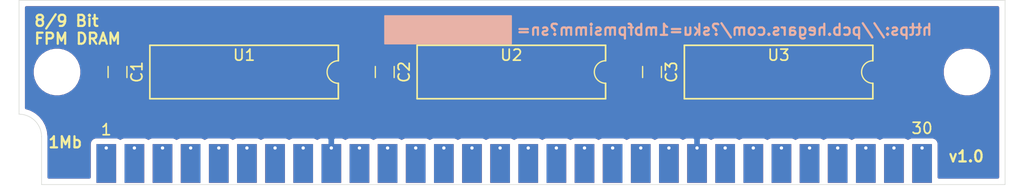
<source format=kicad_pcb>
(kicad_pcb (version 20171130) (host pcbnew "(5.1.9)-1")

  (general
    (thickness 1.2)
    (drawings 11)
    (tracks 0)
    (zones 0)
    (modules 9)
    (nets 35)
  )

  (page A4)
  (layers
    (0 F.Cu signal)
    (1 In1.Cu power)
    (2 In2.Cu power)
    (31 B.Cu signal)
    (32 B.Adhes user)
    (33 F.Adhes user)
    (34 B.Paste user)
    (35 F.Paste user)
    (36 B.SilkS user)
    (37 F.SilkS user)
    (38 B.Mask user)
    (39 F.Mask user)
    (40 Dwgs.User user)
    (41 Cmts.User user)
    (42 Eco1.User user)
    (43 Eco2.User user)
    (44 Edge.Cuts user)
    (45 Margin user)
    (46 B.CrtYd user)
    (47 F.CrtYd user)
    (48 B.Fab user)
    (49 F.Fab user)
  )

  (setup
    (last_trace_width 0.25)
    (trace_clearance 0.2)
    (zone_clearance 0.508)
    (zone_45_only no)
    (trace_min 0.2)
    (via_size 0.8)
    (via_drill 0.4)
    (via_min_size 0.4)
    (via_min_drill 0.3)
    (uvia_size 0.3)
    (uvia_drill 0.1)
    (uvias_allowed no)
    (uvia_min_size 0.2)
    (uvia_min_drill 0.1)
    (edge_width 0.05)
    (segment_width 0.2)
    (pcb_text_width 0.3)
    (pcb_text_size 1.5 1.5)
    (mod_edge_width 0.12)
    (mod_text_size 1 1)
    (mod_text_width 0.15)
    (pad_size 1.524 1.524)
    (pad_drill 0.762)
    (pad_to_mask_clearance 0)
    (aux_axis_origin 0 0)
    (visible_elements 7FFFFFFF)
    (pcbplotparams
      (layerselection 0x010fc_ffffffff)
      (usegerberextensions false)
      (usegerberattributes true)
      (usegerberadvancedattributes true)
      (creategerberjobfile true)
      (excludeedgelayer true)
      (linewidth 0.100000)
      (plotframeref false)
      (viasonmask false)
      (mode 1)
      (useauxorigin false)
      (hpglpennumber 1)
      (hpglpenspeed 20)
      (hpglpendiameter 15.000000)
      (psnegative false)
      (psa4output false)
      (plotreference true)
      (plotvalue true)
      (plotinvisibletext false)
      (padsonsilk false)
      (subtractmaskfromsilk false)
      (outputformat 1)
      (mirror false)
      (drillshape 0)
      (scaleselection 1)
      (outputdirectory "gerber"))
  )

  (net 0 "")
  (net 1 WE)
  (net 2 DQ5)
  (net 3 DP)
  (net 4 CASP)
  (net 5 RAS)
  (net 6 "Net-(B1-Pad19)")
  (net 7 +5V)
  (net 8 QP)
  (net 9 A8)
  (net 10 DQ7)
  (net 11 GND)
  (net 12 A9)
  (net 13 "Net-(B1-Pad24)")
  (net 14 DQ6)
  (net 15 A5)
  (net 16 A4)
  (net 17 DQ2)
  (net 18 DQ4)
  (net 19 DQ3)
  (net 20 A7)
  (net 21 A6)
  (net 22 A2)
  (net 23 A3)
  (net 24 DQ1)
  (net 25 A1)
  (net 26 A0)
  (net 27 DQ0)
  (net 28 CAS)
  (net 29 "Net-(C1-Pad1)")
  (net 30 "Net-(C2-Pad1)")
  (net 31 "Net-(C3-Pad1)")
  (net 32 "Net-(U3-Pad23)")
  (net 33 "Net-(U3-Pad4)")
  (net 34 "Net-(U3-Pad5)")

  (net_class Default "This is the default net class."
    (clearance 0.2)
    (trace_width 0.25)
    (via_dia 0.8)
    (via_drill 0.4)
    (uvia_dia 0.3)
    (uvia_drill 0.1)
    (add_net +5V)
    (add_net A0)
    (add_net A1)
    (add_net A2)
    (add_net A3)
    (add_net A4)
    (add_net A5)
    (add_net A6)
    (add_net A7)
    (add_net A8)
    (add_net A9)
    (add_net CAS)
    (add_net CASP)
    (add_net DP)
    (add_net DQ0)
    (add_net DQ1)
    (add_net DQ2)
    (add_net DQ3)
    (add_net DQ4)
    (add_net DQ5)
    (add_net DQ6)
    (add_net DQ7)
    (add_net GND)
    (add_net "Net-(B1-Pad19)")
    (add_net "Net-(B1-Pad24)")
    (add_net "Net-(C1-Pad1)")
    (add_net "Net-(C2-Pad1)")
    (add_net "Net-(C3-Pad1)")
    (add_net "Net-(U3-Pad23)")
    (add_net "Net-(U3-Pad4)")
    (add_net "Net-(U3-Pad5)")
    (add_net QP)
    (add_net RAS)
    (add_net WE)
  )

  (module Sebs:SOJ-20 (layer F.Cu) (tedit 5FF02178) (tstamp 5FFDB7F4)
    (at 182.88 116.84 180)
    (descr "SOJ 26(20) 300mil")
    (path /5FFFC502)
    (attr smd)
    (fp_text reference U3 (at 0 1.524) (layer F.SilkS)
      (effects (font (size 1 1) (thickness 0.15)))
    )
    (fp_text value JEDEC-FPDRAM_Parity (at 0 -0.889) (layer F.Fab)
      (effects (font (size 1 1) (thickness 0.15)))
    )
    (fp_line (start -8.509 -1.016) (end -8.509 -2.413) (layer F.SilkS) (width 0.15))
    (fp_line (start 8.509 4.318) (end 8.509 -4.318) (layer F.Fab) (width 0.12))
    (fp_line (start -8.509 3.429) (end 8.509 3.429) (layer F.Fab) (width 0.12))
    (fp_line (start -8.509 -3.429) (end 8.509 -3.429) (layer F.Fab) (width 0.12))
    (fp_line (start 8.509 3.81) (end -8.509 3.81) (layer F.Fab) (width 0.12))
    (fp_line (start 8.509 -3.81) (end -8.509 -3.81) (layer F.Fab) (width 0.12))
    (fp_line (start -8.509 4.318) (end -8.509 -4.318) (layer F.Fab) (width 0.12))
    (fp_line (start -8.509 2.413) (end -8.509 1.016) (layer F.SilkS) (width 0.15))
    (fp_line (start -8.509 -2.413) (end 8.509 -2.413) (layer F.SilkS) (width 0.15))
    (fp_line (start 8.509 -2.413) (end 8.509 2.413) (layer F.SilkS) (width 0.15))
    (fp_line (start 8.509 2.413) (end -8.509 2.413) (layer F.SilkS) (width 0.15))
    (fp_line (start 8.509 -4.318) (end -8.509 -4.318) (layer F.Fab) (width 0.12))
    (fp_line (start 8.509 4.318) (end -8.509 4.318) (layer F.Fab) (width 0.12))
    (fp_arc (start -8.509 0) (end -8.509 1.016) (angle -180) (layer F.SilkS) (width 0.12))
    (pad 14 smd rect (at 7.493 -3.556 180) (size 0.8 2) (layers F.Cu F.Paste F.Mask)
      (net 16 A4))
    (pad 15 smd rect (at 6.223 -3.556 180) (size 0.8 2) (layers F.Cu F.Paste F.Mask)
      (net 15 A5))
    (pad 16 smd rect (at 4.953 -3.556 180) (size 0.8 2) (layers F.Cu F.Paste F.Mask)
      (net 21 A6))
    (pad 17 smd rect (at 3.683 -3.556 180) (size 0.8 2) (layers F.Cu F.Paste F.Mask)
      (net 20 A7))
    (pad 18 smd rect (at 2.413 -3.556 180) (size 0.8 2) (layers F.Cu F.Paste F.Mask)
      (net 9 A8))
    (pad 22 smd rect (at -2.667 -3.556 180) (size 0.8 2) (layers F.Cu F.Paste F.Mask)
      (net 12 A9))
    (pad 23 smd rect (at -3.937 -3.556 180) (size 0.8 2) (layers F.Cu F.Paste F.Mask)
      (net 32 "Net-(U3-Pad23)"))
    (pad 24 smd rect (at -5.207 -3.556 180) (size 0.8 2) (layers F.Cu F.Paste F.Mask)
      (net 4 CASP))
    (pad 25 smd rect (at -6.477 -3.556 180) (size 0.8 2) (layers F.Cu F.Paste F.Mask)
      (net 8 QP))
    (pad 26 smd rect (at -7.62 -3.556 180) (size 0.8 2) (layers F.Cu F.Paste F.Mask)
      (net 11 GND))
    (pad 1 smd rect (at -7.62 3.556 180) (size 0.8 2) (layers F.Cu F.Paste F.Mask)
      (net 3 DP))
    (pad 2 smd rect (at -6.35 3.556 180) (size 0.8 2) (layers F.Cu F.Paste F.Mask)
      (net 1 WE))
    (pad 3 smd rect (at -5.08 3.556 180) (size 0.8 2) (layers F.Cu F.Paste F.Mask)
      (net 5 RAS))
    (pad 4 smd rect (at -3.81 3.556 180) (size 0.8 2) (layers F.Cu F.Paste F.Mask)
      (net 33 "Net-(U3-Pad4)"))
    (pad 5 smd rect (at -2.54 3.556 180) (size 0.8 2) (layers F.Cu F.Paste F.Mask)
      (net 34 "Net-(U3-Pad5)"))
    (pad 9 smd rect (at 2.54 3.556 180) (size 0.8 2) (layers F.Cu F.Paste F.Mask)
      (net 26 A0))
    (pad 10 smd rect (at 3.81 3.556 180) (size 0.8 2) (layers F.Cu F.Paste F.Mask)
      (net 25 A1))
    (pad 11 smd rect (at 5.08 3.556 180) (size 0.8 2) (layers F.Cu F.Paste F.Mask)
      (net 22 A2))
    (pad 12 smd rect (at 6.35 3.556 180) (size 0.8 2) (layers F.Cu F.Paste F.Mask)
      (net 23 A3))
    (pad 13 smd rect (at 7.62 3.556 180) (size 0.8 2) (layers F.Cu F.Paste F.Mask)
      (net 31 "Net-(C3-Pad1)"))
    (model SMD_Packages.3dshapes/SOJ-32.wrl
      (at (xyz 0 0 0))
      (scale (xyz 0.5 0.55 0.5))
      (rotate (xyz 0 0 0))
    )
  )

  (module Capacitors_SMD:C_0805_HandSoldering (layer F.Cu) (tedit 58AA84A8) (tstamp 5FFDB44E)
    (at 171.45 116.84 270)
    (descr "Capacitor SMD 0805, hand soldering")
    (tags "capacitor 0805")
    (path /5FFFE8F4)
    (attr smd)
    (fp_text reference C3 (at 0 -1.75 90) (layer F.SilkS)
      (effects (font (size 1 1) (thickness 0.15)))
    )
    (fp_text value CP (at 0 1.75 90) (layer F.Fab)
      (effects (font (size 1 1) (thickness 0.15)))
    )
    (fp_line (start -1 0.62) (end -1 -0.62) (layer F.Fab) (width 0.1))
    (fp_line (start 1 0.62) (end -1 0.62) (layer F.Fab) (width 0.1))
    (fp_line (start 1 -0.62) (end 1 0.62) (layer F.Fab) (width 0.1))
    (fp_line (start -1 -0.62) (end 1 -0.62) (layer F.Fab) (width 0.1))
    (fp_line (start 0.5 -0.85) (end -0.5 -0.85) (layer F.SilkS) (width 0.12))
    (fp_line (start -0.5 0.85) (end 0.5 0.85) (layer F.SilkS) (width 0.12))
    (fp_line (start -2.25 -0.88) (end 2.25 -0.88) (layer F.CrtYd) (width 0.05))
    (fp_line (start -2.25 -0.88) (end -2.25 0.87) (layer F.CrtYd) (width 0.05))
    (fp_line (start 2.25 0.87) (end 2.25 -0.88) (layer F.CrtYd) (width 0.05))
    (fp_line (start 2.25 0.87) (end -2.25 0.87) (layer F.CrtYd) (width 0.05))
    (fp_text user %R (at 0 -1.75 90) (layer F.Fab)
      (effects (font (size 1 1) (thickness 0.15)))
    )
    (pad 1 smd rect (at -1.25 0 270) (size 1.5 1.25) (layers F.Cu F.Paste F.Mask)
      (net 31 "Net-(C3-Pad1)"))
    (pad 2 smd rect (at 1.25 0 270) (size 1.5 1.25) (layers F.Cu F.Paste F.Mask)
      (net 7 +5V))
    (model Capacitors_SMD.3dshapes/C_0805.wrl
      (at (xyz 0 0 0))
      (scale (xyz 1 1 1))
      (rotate (xyz 0 0 0))
    )
  )

  (module Capacitors_SMD:C_0805_HandSoldering (layer F.Cu) (tedit 58AA84A8) (tstamp 5FFD9B4D)
    (at 147.32 116.84 270)
    (descr "Capacitor SMD 0805, hand soldering")
    (tags "capacitor 0805")
    (path /5FFEC894)
    (attr smd)
    (fp_text reference C2 (at 0 -1.75 90) (layer F.SilkS)
      (effects (font (size 1 1) (thickness 0.15)))
    )
    (fp_text value CP (at 0 1.75 90) (layer F.Fab)
      (effects (font (size 1 1) (thickness 0.15)))
    )
    (fp_line (start 2.25 0.87) (end -2.25 0.87) (layer F.CrtYd) (width 0.05))
    (fp_line (start 2.25 0.87) (end 2.25 -0.88) (layer F.CrtYd) (width 0.05))
    (fp_line (start -2.25 -0.88) (end -2.25 0.87) (layer F.CrtYd) (width 0.05))
    (fp_line (start -2.25 -0.88) (end 2.25 -0.88) (layer F.CrtYd) (width 0.05))
    (fp_line (start -0.5 0.85) (end 0.5 0.85) (layer F.SilkS) (width 0.12))
    (fp_line (start 0.5 -0.85) (end -0.5 -0.85) (layer F.SilkS) (width 0.12))
    (fp_line (start -1 -0.62) (end 1 -0.62) (layer F.Fab) (width 0.1))
    (fp_line (start 1 -0.62) (end 1 0.62) (layer F.Fab) (width 0.1))
    (fp_line (start 1 0.62) (end -1 0.62) (layer F.Fab) (width 0.1))
    (fp_line (start -1 0.62) (end -1 -0.62) (layer F.Fab) (width 0.1))
    (fp_text user %R (at 0 -1.75 90) (layer F.Fab)
      (effects (font (size 1 1) (thickness 0.15)))
    )
    (pad 1 smd rect (at -1.25 0 270) (size 1.5 1.25) (layers F.Cu F.Paste F.Mask)
      (net 30 "Net-(C2-Pad1)"))
    (pad 2 smd rect (at 1.25 0 270) (size 1.5 1.25) (layers F.Cu F.Paste F.Mask)
      (net 7 +5V))
    (model Capacitors_SMD.3dshapes/C_0805.wrl
      (at (xyz 0 0 0))
      (scale (xyz 1 1 1))
      (rotate (xyz 0 0 0))
    )
  )

  (module Capacitors_SMD:C_0805_HandSoldering (layer F.Cu) (tedit 58AA84A8) (tstamp 5FFD9B4A)
    (at 123.19 116.84 270)
    (descr "Capacitor SMD 0805, hand soldering")
    (tags "capacitor 0805")
    (path /5FFEBDF2)
    (attr smd)
    (fp_text reference C1 (at 0 -1.75 90) (layer F.SilkS)
      (effects (font (size 1 1) (thickness 0.15)))
    )
    (fp_text value CP (at 0 1.75 90) (layer F.Fab)
      (effects (font (size 1 1) (thickness 0.15)))
    )
    (fp_line (start 2.25 0.87) (end -2.25 0.87) (layer F.CrtYd) (width 0.05))
    (fp_line (start 2.25 0.87) (end 2.25 -0.88) (layer F.CrtYd) (width 0.05))
    (fp_line (start -2.25 -0.88) (end -2.25 0.87) (layer F.CrtYd) (width 0.05))
    (fp_line (start -2.25 -0.88) (end 2.25 -0.88) (layer F.CrtYd) (width 0.05))
    (fp_line (start -0.5 0.85) (end 0.5 0.85) (layer F.SilkS) (width 0.12))
    (fp_line (start 0.5 -0.85) (end -0.5 -0.85) (layer F.SilkS) (width 0.12))
    (fp_line (start -1 -0.62) (end 1 -0.62) (layer F.Fab) (width 0.1))
    (fp_line (start 1 -0.62) (end 1 0.62) (layer F.Fab) (width 0.1))
    (fp_line (start 1 0.62) (end -1 0.62) (layer F.Fab) (width 0.1))
    (fp_line (start -1 0.62) (end -1 -0.62) (layer F.Fab) (width 0.1))
    (fp_text user %R (at 0 -1.75 90) (layer F.Fab)
      (effects (font (size 1 1) (thickness 0.15)))
    )
    (pad 1 smd rect (at -1.25 0 270) (size 1.5 1.25) (layers F.Cu F.Paste F.Mask)
      (net 29 "Net-(C1-Pad1)"))
    (pad 2 smd rect (at 1.25 0 270) (size 1.5 1.25) (layers F.Cu F.Paste F.Mask)
      (net 7 +5V))
    (model Capacitors_SMD.3dshapes/C_0805.wrl
      (at (xyz 0 0 0))
      (scale (xyz 1 1 1))
      (rotate (xyz 0 0 0))
    )
  )

  (module Mounting_Holes:MountingHole_3.2mm_M3 (layer F.Cu) (tedit 56D1B4CB) (tstamp 5FFD9706)
    (at 199.898 116.84)
    (descr "Mounting Hole 3.2mm, no annular, M3")
    (tags "mounting hole 3.2mm no annular m3")
    (path /5FFE8F8D)
    (attr virtual)
    (fp_text reference H2 (at 0 -4.2) (layer F.SilkS) hide
      (effects (font (size 1 1) (thickness 0.15)))
    )
    (fp_text value MountingHole (at 0 4.2) (layer F.Fab)
      (effects (font (size 1 1) (thickness 0.15)))
    )
    (fp_circle (center 0 0) (end 3.45 0) (layer F.CrtYd) (width 0.05))
    (fp_circle (center 0 0) (end 3.2 0) (layer Cmts.User) (width 0.15))
    (fp_text user %R (at 0.3 0) (layer F.Fab)
      (effects (font (size 1 1) (thickness 0.15)))
    )
    (pad 1 np_thru_hole circle (at 0 0) (size 3.2 3.2) (drill 3.2) (layers *.Cu *.Mask))
  )

  (module Mounting_Holes:MountingHole_3.2mm_M3 (layer F.Cu) (tedit 56D1B4CB) (tstamp 5FFD9703)
    (at 117.729 116.84)
    (descr "Mounting Hole 3.2mm, no annular, M3")
    (tags "mounting hole 3.2mm no annular m3")
    (path /5FFE89F8)
    (attr virtual)
    (fp_text reference H1 (at 0 -4.2) (layer F.SilkS) hide
      (effects (font (size 1 1) (thickness 0.15)))
    )
    (fp_text value MountingHole (at 0 4.2) (layer F.Fab)
      (effects (font (size 1 1) (thickness 0.15)))
    )
    (fp_circle (center 0 0) (end 3.45 0) (layer F.CrtYd) (width 0.05))
    (fp_circle (center 0 0) (end 3.2 0) (layer Cmts.User) (width 0.15))
    (fp_text user %R (at 0.3 0) (layer F.Fab)
      (effects (font (size 1 1) (thickness 0.15)))
    )
    (pad 1 np_thru_hole circle (at 0 0) (size 3.2 3.2) (drill 3.2) (layers *.Cu *.Mask))
  )

  (module Sebs:SOJ-20 (layer F.Cu) (tedit 5FF02178) (tstamp 5FFD8CE9)
    (at 158.75 116.84 180)
    (descr "SOJ 26(20) 300mil")
    (path /5FFE07C4)
    (attr smd)
    (fp_text reference U2 (at 0 1.524) (layer F.SilkS)
      (effects (font (size 1 1) (thickness 0.15)))
    )
    (fp_text value JEDEC-FPDRAM (at 0.429999 -0.598999) (layer F.Fab)
      (effects (font (size 1 1) (thickness 0.15)))
    )
    (fp_line (start 8.509 4.318) (end -8.509 4.318) (layer F.Fab) (width 0.12))
    (fp_line (start 8.509 -4.318) (end -8.509 -4.318) (layer F.Fab) (width 0.12))
    (fp_line (start 8.509 2.413) (end -8.509 2.413) (layer F.SilkS) (width 0.15))
    (fp_line (start 8.509 -2.413) (end 8.509 2.413) (layer F.SilkS) (width 0.15))
    (fp_line (start -8.509 -2.413) (end 8.509 -2.413) (layer F.SilkS) (width 0.15))
    (fp_line (start -8.509 2.413) (end -8.509 1.016) (layer F.SilkS) (width 0.15))
    (fp_line (start -8.509 4.318) (end -8.509 -4.318) (layer F.Fab) (width 0.12))
    (fp_line (start 8.509 -3.81) (end -8.509 -3.81) (layer F.Fab) (width 0.12))
    (fp_line (start 8.509 3.81) (end -8.509 3.81) (layer F.Fab) (width 0.12))
    (fp_line (start -8.509 -3.429) (end 8.509 -3.429) (layer F.Fab) (width 0.12))
    (fp_line (start -8.509 3.429) (end 8.509 3.429) (layer F.Fab) (width 0.12))
    (fp_line (start 8.509 4.318) (end 8.509 -4.318) (layer F.Fab) (width 0.12))
    (fp_line (start -8.509 -1.016) (end -8.509 -2.413) (layer F.SilkS) (width 0.15))
    (fp_arc (start -8.509 0) (end -8.509 1.016) (angle -180) (layer F.SilkS) (width 0.12))
    (pad 14 smd rect (at 7.493 -3.556 180) (size 0.8 2) (layers F.Cu F.Paste F.Mask)
      (net 16 A4))
    (pad 15 smd rect (at 6.223 -3.556 180) (size 0.8 2) (layers F.Cu F.Paste F.Mask)
      (net 15 A5))
    (pad 16 smd rect (at 4.953 -3.556 180) (size 0.8 2) (layers F.Cu F.Paste F.Mask)
      (net 21 A6))
    (pad 17 smd rect (at 3.683 -3.556 180) (size 0.8 2) (layers F.Cu F.Paste F.Mask)
      (net 20 A7))
    (pad 18 smd rect (at 2.413 -3.556 180) (size 0.8 2) (layers F.Cu F.Paste F.Mask)
      (net 9 A8))
    (pad 22 smd rect (at -2.667 -3.556 180) (size 0.8 2) (layers F.Cu F.Paste F.Mask)
      (net 11 GND))
    (pad 23 smd rect (at -3.937 -3.556 180) (size 0.8 2) (layers F.Cu F.Paste F.Mask)
      (net 28 CAS))
    (pad 24 smd rect (at -5.207 -3.556 180) (size 0.8 2) (layers F.Cu F.Paste F.Mask)
      (net 14 DQ6))
    (pad 25 smd rect (at -6.477 -3.556 180) (size 0.8 2) (layers F.Cu F.Paste F.Mask)
      (net 10 DQ7))
    (pad 26 smd rect (at -7.62 -3.556 180) (size 0.8 2) (layers F.Cu F.Paste F.Mask)
      (net 11 GND))
    (pad 1 smd rect (at -7.62 3.556 180) (size 0.8 2) (layers F.Cu F.Paste F.Mask)
      (net 18 DQ4))
    (pad 2 smd rect (at -6.35 3.556 180) (size 0.8 2) (layers F.Cu F.Paste F.Mask)
      (net 2 DQ5))
    (pad 3 smd rect (at -5.08 3.556 180) (size 0.8 2) (layers F.Cu F.Paste F.Mask)
      (net 1 WE))
    (pad 4 smd rect (at -3.81 3.556 180) (size 0.8 2) (layers F.Cu F.Paste F.Mask)
      (net 5 RAS))
    (pad 5 smd rect (at -2.54 3.556 180) (size 0.8 2) (layers F.Cu F.Paste F.Mask)
      (net 12 A9))
    (pad 9 smd rect (at 2.54 3.556 180) (size 0.8 2) (layers F.Cu F.Paste F.Mask)
      (net 26 A0))
    (pad 10 smd rect (at 3.81 3.556 180) (size 0.8 2) (layers F.Cu F.Paste F.Mask)
      (net 25 A1))
    (pad 11 smd rect (at 5.08 3.556 180) (size 0.8 2) (layers F.Cu F.Paste F.Mask)
      (net 22 A2))
    (pad 12 smd rect (at 6.35 3.556 180) (size 0.8 2) (layers F.Cu F.Paste F.Mask)
      (net 23 A3))
    (pad 13 smd rect (at 7.62 3.556 180) (size 0.8 2) (layers F.Cu F.Paste F.Mask)
      (net 30 "Net-(C2-Pad1)"))
    (model SMD_Packages.3dshapes/SOJ-32.wrl
      (at (xyz 0 0 0))
      (scale (xyz 0.5 0.55 0.5))
      (rotate (xyz 0 0 0))
    )
  )

  (module Sebs:SOJ-20 (layer F.Cu) (tedit 5FF02178) (tstamp 5FFD8CC3)
    (at 134.62 116.84 180)
    (descr "SOJ 26(20) 300mil")
    (path /5FFDF090)
    (attr smd)
    (fp_text reference U1 (at 0 1.524) (layer F.SilkS)
      (effects (font (size 1 1) (thickness 0.15)))
    )
    (fp_text value JEDEC-FPDRAM (at 0 -0.889) (layer F.Fab)
      (effects (font (size 1 1) (thickness 0.15)))
    )
    (fp_line (start 8.509 4.318) (end -8.509 4.318) (layer F.Fab) (width 0.12))
    (fp_line (start 8.509 -4.318) (end -8.509 -4.318) (layer F.Fab) (width 0.12))
    (fp_line (start 8.509 2.413) (end -8.509 2.413) (layer F.SilkS) (width 0.15))
    (fp_line (start 8.509 -2.413) (end 8.509 2.413) (layer F.SilkS) (width 0.15))
    (fp_line (start -8.509 -2.413) (end 8.509 -2.413) (layer F.SilkS) (width 0.15))
    (fp_line (start -8.509 2.413) (end -8.509 1.016) (layer F.SilkS) (width 0.15))
    (fp_line (start -8.509 4.318) (end -8.509 -4.318) (layer F.Fab) (width 0.12))
    (fp_line (start 8.509 -3.81) (end -8.509 -3.81) (layer F.Fab) (width 0.12))
    (fp_line (start 8.509 3.81) (end -8.509 3.81) (layer F.Fab) (width 0.12))
    (fp_line (start -8.509 -3.429) (end 8.509 -3.429) (layer F.Fab) (width 0.12))
    (fp_line (start -8.509 3.429) (end 8.509 3.429) (layer F.Fab) (width 0.12))
    (fp_line (start 8.509 4.318) (end 8.509 -4.318) (layer F.Fab) (width 0.12))
    (fp_line (start -8.509 -1.016) (end -8.509 -2.413) (layer F.SilkS) (width 0.15))
    (fp_arc (start -8.509 0) (end -8.509 1.016) (angle -180) (layer F.SilkS) (width 0.12))
    (pad 14 smd rect (at 7.493 -3.556 180) (size 0.8 2) (layers F.Cu F.Paste F.Mask)
      (net 16 A4))
    (pad 15 smd rect (at 6.223 -3.556 180) (size 0.8 2) (layers F.Cu F.Paste F.Mask)
      (net 15 A5))
    (pad 16 smd rect (at 4.953 -3.556 180) (size 0.8 2) (layers F.Cu F.Paste F.Mask)
      (net 21 A6))
    (pad 17 smd rect (at 3.683 -3.556 180) (size 0.8 2) (layers F.Cu F.Paste F.Mask)
      (net 20 A7))
    (pad 18 smd rect (at 2.413 -3.556 180) (size 0.8 2) (layers F.Cu F.Paste F.Mask)
      (net 9 A8))
    (pad 22 smd rect (at -2.667 -3.556 180) (size 0.8 2) (layers F.Cu F.Paste F.Mask)
      (net 11 GND))
    (pad 23 smd rect (at -3.937 -3.556 180) (size 0.8 2) (layers F.Cu F.Paste F.Mask)
      (net 28 CAS))
    (pad 24 smd rect (at -5.207 -3.556 180) (size 0.8 2) (layers F.Cu F.Paste F.Mask)
      (net 17 DQ2))
    (pad 25 smd rect (at -6.477 -3.556 180) (size 0.8 2) (layers F.Cu F.Paste F.Mask)
      (net 19 DQ3))
    (pad 26 smd rect (at -7.62 -3.556 180) (size 0.8 2) (layers F.Cu F.Paste F.Mask)
      (net 11 GND))
    (pad 1 smd rect (at -7.62 3.556 180) (size 0.8 2) (layers F.Cu F.Paste F.Mask)
      (net 27 DQ0))
    (pad 2 smd rect (at -6.35 3.556 180) (size 0.8 2) (layers F.Cu F.Paste F.Mask)
      (net 24 DQ1))
    (pad 3 smd rect (at -5.08 3.556 180) (size 0.8 2) (layers F.Cu F.Paste F.Mask)
      (net 1 WE))
    (pad 4 smd rect (at -3.81 3.556 180) (size 0.8 2) (layers F.Cu F.Paste F.Mask)
      (net 5 RAS))
    (pad 5 smd rect (at -2.54 3.556 180) (size 0.8 2) (layers F.Cu F.Paste F.Mask)
      (net 12 A9))
    (pad 9 smd rect (at 2.54 3.556 180) (size 0.8 2) (layers F.Cu F.Paste F.Mask)
      (net 26 A0))
    (pad 10 smd rect (at 3.81 3.556 180) (size 0.8 2) (layers F.Cu F.Paste F.Mask)
      (net 25 A1))
    (pad 11 smd rect (at 5.08 3.556 180) (size 0.8 2) (layers F.Cu F.Paste F.Mask)
      (net 22 A2))
    (pad 12 smd rect (at 6.35 3.556 180) (size 0.8 2) (layers F.Cu F.Paste F.Mask)
      (net 23 A3))
    (pad 13 smd rect (at 7.62 3.556 180) (size 0.8 2) (layers F.Cu F.Paste F.Mask)
      (net 29 "Net-(C1-Pad1)"))
    (model SMD_Packages.3dshapes/SOJ-32.wrl
      (at (xyz 0 0 0))
      (scale (xyz 0.5 0.55 0.5))
      (rotate (xyz 0 0 0))
    )
  )

  (module Sebs:30pinSIMM (layer F.Cu) (tedit 5FEDEB24) (tstamp 5FFD8C9D)
    (at 114.3 127)
    (path /5FFD8792)
    (fp_text reference B1 (at 3.302 -14.986) (layer F.SilkS) hide
      (effects (font (size 1 1) (thickness 0.15)))
    )
    (fp_text value 30pinSIMM (at 5.08 -13.208) (layer F.Fab)
      (effects (font (size 1 1) (thickness 0.15)))
    )
    (fp_line (start 44.704 -5.207) (end 45.72 -3.937) (layer F.Fab) (width 0.12))
    (fp_line (start 43.561 -3.937) (end 44.704 -5.207) (layer F.Fab) (width 0.12))
    (fp_line (start 0 -16.59) (end 89.03 -16.59) (layer F.Fab) (width 0.12))
    (fp_line (start 2.032 0) (end 2.032 -4.318002) (layer F.Fab) (width 0.12))
    (fp_line (start 0 -6.35) (end 0 -16.59) (layer F.Fab) (width 0.12))
    (fp_line (start 89.03 0) (end 89.03 -16.59) (layer F.Fab) (width 0.12))
    (fp_circle (center 3.326 -10.16) (end 4.826 -10.16) (layer F.Fab) (width 0.12))
    (fp_line (start 3.38 0) (end 3.38 -10.16) (layer F.Fab) (width 0.12))
    (fp_line (start 0 -10.16) (end 3.38 -10.16) (layer F.Fab) (width 0.12))
    (fp_line (start 2.032 0) (end 89.03 0) (layer F.Fab) (width 0.12))
    (fp_line (start 85.647 0) (end 85.647 -10.16) (layer F.Fab) (width 0.12))
    (fp_line (start 85.647 -10.16) (end 89.027 -10.16) (layer F.Fab) (width 0.12))
    (fp_circle (center 85.622 -10.16) (end 87.122 -10.16) (layer F.Fab) (width 0.12))
    (fp_line (start 44.704 0) (end 44.704 -3.937) (layer F.Fab) (width 0.12))
    (fp_line (start 43.561 -3.937) (end 45.72 -3.937) (layer F.Fab) (width 0.12))
    (fp_arc (start 0 -4.318002) (end 2.032 -4.318002) (angle -89.9) (layer F.Fab) (width 0.12))
    (fp_text user 30 (at 81.534 -5.08) (layer F.SilkS)
      (effects (font (size 1 1) (thickness 0.15)))
    )
    (fp_text user 1 (at 7.874 -4.953) (layer F.SilkS)
      (effects (font (size 1 1) (thickness 0.15)))
    )
    (pad 21 thru_hole rect (at 58.674 -3.302) (size 1.78 3.5) (drill 0.3 (offset 0 1.4)) (layers *.Cu *.Mask)
      (net 1 WE))
    (pad 20 thru_hole rect (at 56.134 -3.302) (size 1.78 3.5) (drill 0.3 (offset 0 1.4)) (layers *.Cu *.Mask)
      (net 2 DQ5))
    (pad 29 thru_hole rect (at 78.994 -3.302) (size 1.78 3.5) (drill 0.3 (offset 0 1.4)) (layers *.Cu *.Mask)
      (net 3 DP))
    (pad 28 thru_hole rect (at 76.454 -3.302) (size 1.78 3.5) (drill 0.3 (offset 0 1.4)) (layers *.Cu *.Mask)
      (net 4 CASP))
    (pad 27 thru_hole rect (at 73.914 -3.302) (size 1.78 3.5) (drill 0.3 (offset 0 1.4)) (layers *.Cu *.Mask)
      (net 5 RAS))
    (pad 19 thru_hole rect (at 53.594 -3.302) (size 1.78 3.5) (drill 0.3 (offset 0 1.4)) (layers *.Cu *.Mask)
      (net 6 "Net-(B1-Pad19)"))
    (pad 30 thru_hole rect (at 81.534 -3.302) (size 1.78 3.5) (drill 0.3 (offset 0 1.4)) (layers *.Cu *.Mask)
      (net 7 +5V))
    (pad 26 thru_hole rect (at 71.374 -3.302) (size 1.78 3.5) (drill 0.3 (offset 0 1.4)) (layers *.Cu *.Mask)
      (net 8 QP))
    (pad 17 thru_hole rect (at 48.514 -3.302) (size 1.78 3.5) (drill 0.3 (offset 0 1.4)) (layers *.Cu *.Mask)
      (net 9 A8))
    (pad 25 thru_hole rect (at 68.834 -3.302) (size 1.78 3.5) (drill 0.3 (offset 0 1.4)) (layers *.Cu *.Mask)
      (net 10 DQ7))
    (pad 22 thru_hole rect (at 61.214 -3.302) (size 1.78 3.5) (drill 0.3 (offset 0 1.4)) (layers *.Cu *.Mask)
      (net 11 GND))
    (pad 18 thru_hole rect (at 51.054 -3.302) (size 1.78 3.5) (drill 0.3 (offset 0 1.4)) (layers *.Cu *.Mask)
      (net 12 A9))
    (pad 24 thru_hole rect (at 66.294 -3.302) (size 1.78 3.5) (drill 0.3 (offset 0 1.4)) (layers *.Cu *.Mask)
      (net 13 "Net-(B1-Pad24)"))
    (pad 23 thru_hole rect (at 63.754 -3.302) (size 1.78 3.5) (drill 0.3 (offset 0 1.4)) (layers *.Cu *.Mask)
      (net 14 DQ6))
    (pad 12 thru_hole rect (at 35.814 -3.302) (size 1.78 3.5) (drill 0.3 (offset 0 1.4)) (layers *.Cu *.Mask)
      (net 15 A5))
    (pad 11 thru_hole rect (at 33.274 -3.302) (size 1.78 3.5) (drill 0.3 (offset 0 1.4)) (layers *.Cu *.Mask)
      (net 16 A4))
    (pad 10 thru_hole rect (at 30.734 -3.302) (size 1.78 3.5) (drill 0.3 (offset 0 1.4)) (layers *.Cu *.Mask)
      (net 17 DQ2))
    (pad 16 thru_hole rect (at 45.974 -3.302) (size 1.78 3.5) (drill 0.3 (offset 0 1.4)) (layers *.Cu *.Mask)
      (net 18 DQ4))
    (pad 13 thru_hole rect (at 38.354 -3.302) (size 1.78 3.5) (drill 0.3 (offset 0 1.4)) (layers *.Cu *.Mask)
      (net 19 DQ3))
    (pad 9 thru_hole rect (at 28.194 -3.302) (size 1.78 3.5) (drill 0.3 (offset 0 1.4)) (layers *.Cu *.Mask)
      (net 11 GND))
    (pad 15 thru_hole rect (at 43.434 -3.302) (size 1.78 3.5) (drill 0.3 (offset 0 1.4)) (layers *.Cu *.Mask)
      (net 20 A7))
    (pad 14 thru_hole rect (at 40.894 -3.302) (size 1.78 3.5) (drill 0.3 (offset 0 1.4)) (layers *.Cu *.Mask)
      (net 21 A6))
    (pad 7 thru_hole rect (at 23.114 -3.302) (size 1.78 3.5) (drill 0.3 (offset 0 1.4)) (layers *.Cu *.Mask)
      (net 22 A2))
    (pad 8 thru_hole rect (at 25.654 -3.302) (size 1.78 3.5) (drill 0.3 (offset 0 1.4)) (layers *.Cu *.Mask)
      (net 23 A3))
    (pad 6 thru_hole rect (at 20.574 -3.302) (size 1.78 3.5) (drill 0.3 (offset 0 1.4)) (layers *.Cu *.Mask)
      (net 24 DQ1))
    (pad 5 thru_hole rect (at 18.034 -3.302) (size 1.78 3.5) (drill 0.3 (offset 0 1.4)) (layers *.Cu *.Mask)
      (net 25 A1))
    (pad 4 thru_hole rect (at 15.494 -3.302) (size 1.78 3.5) (drill 0.3 (offset 0 1.4)) (layers *.Cu *.Mask)
      (net 26 A0))
    (pad 3 thru_hole rect (at 12.954 -3.302) (size 1.78 3.5) (drill 0.3 (offset 0 1.4)) (layers *.Cu *.Mask)
      (net 27 DQ0))
    (pad 2 thru_hole rect (at 10.414 -3.302) (size 1.78 3.5) (drill 0.3 (offset 0 1.4)) (layers *.Cu *.Mask)
      (net 28 CAS))
    (pad 1 thru_hole rect (at 7.874 -3.302) (size 1.78 3.5) (drill 0.3 (offset 0 1.4)) (layers *.Cu *.Mask)
      (net 7 +5V))
  )

  (gr_poly (pts (xy 158.75 114.3) (xy 147.32 114.3) (xy 147.32 111.76) (xy 158.75 111.76)) (layer B.SilkS) (width 0.1))
  (gr_text https://pcb.hegars.com/?sku=1mbfpmsimm?sn= (at 196.85 113.03) (layer B.SilkS) (tstamp 5FFDC154)
    (effects (font (size 1 1) (thickness 0.2)) (justify left mirror))
  )
  (gr_text v1.0 (at 198.12 124.46) (layer F.SilkS) (tstamp 5FFDC01C)
    (effects (font (size 1 1) (thickness 0.2)) (justify left))
  )
  (gr_text 1Mb (at 116.84 123.19) (layer F.SilkS) (tstamp 5FFDC017)
    (effects (font (size 1 1) (thickness 0.2)) (justify left))
  )
  (gr_text "8/9 Bit \nFPM DRAM" (at 115.57 113.03) (layer F.SilkS)
    (effects (font (size 1 1) (thickness 0.2)) (justify left))
  )
  (gr_arc (start 114.3 122.682) (end 116.332 122.682) (angle -90) (layer Edge.Cuts) (width 0.05))
  (gr_line (start 116.332 122.682) (end 116.332 127) (layer Edge.Cuts) (width 0.05) (tstamp 5FFD9875))
  (gr_line (start 114.3 110.363) (end 114.3 120.65) (layer Edge.Cuts) (width 0.05))
  (gr_line (start 203.327 110.363) (end 114.3 110.363) (layer Edge.Cuts) (width 0.05))
  (gr_line (start 203.327 127) (end 203.327 110.363) (layer Edge.Cuts) (width 0.05))
  (gr_line (start 116.332 127) (end 203.327 127) (layer Edge.Cuts) (width 0.05))

  (zone (net 0) (net_name "") (layer F.Cu) (tstamp 5FFDB08C) (hatch edge 0.508)
    (connect_pads (clearance 0.508))
    (min_thickness 0.254)
    (fill yes (arc_segments 32) (thermal_gap 0.508) (thermal_bridge_width 0.508))
    (polygon
      (pts
        (xy 203.327 127) (xy 114.3 127) (xy 114.3 110.363) (xy 203.327 110.363)
      )
    )
    (filled_polygon
      (pts
        (xy 202.667 126.34) (xy 197.362072 126.34) (xy 197.362072 123.348) (xy 197.349812 123.223518) (xy 197.313502 123.10382)
        (xy 197.254537 122.993506) (xy 197.175185 122.896815) (xy 197.078494 122.817463) (xy 196.96818 122.758498) (xy 196.848482 122.722188)
        (xy 196.724 122.709928) (xy 194.944 122.709928) (xy 194.819518 122.722188) (xy 194.69982 122.758498) (xy 194.589506 122.817463)
        (xy 194.564 122.838395) (xy 194.538494 122.817463) (xy 194.42818 122.758498) (xy 194.308482 122.722188) (xy 194.184 122.709928)
        (xy 192.404 122.709928) (xy 192.279518 122.722188) (xy 192.15982 122.758498) (xy 192.049506 122.817463) (xy 192.024 122.838395)
        (xy 191.998494 122.817463) (xy 191.88818 122.758498) (xy 191.768482 122.722188) (xy 191.644 122.709928) (xy 189.864 122.709928)
        (xy 189.739518 122.722188) (xy 189.61982 122.758498) (xy 189.509506 122.817463) (xy 189.484 122.838395) (xy 189.458494 122.817463)
        (xy 189.34818 122.758498) (xy 189.228482 122.722188) (xy 189.104 122.709928) (xy 187.324 122.709928) (xy 187.199518 122.722188)
        (xy 187.07982 122.758498) (xy 186.969506 122.817463) (xy 186.944 122.838395) (xy 186.918494 122.817463) (xy 186.80818 122.758498)
        (xy 186.688482 122.722188) (xy 186.564 122.709928) (xy 184.784 122.709928) (xy 184.659518 122.722188) (xy 184.53982 122.758498)
        (xy 184.429506 122.817463) (xy 184.404 122.838395) (xy 184.378494 122.817463) (xy 184.26818 122.758498) (xy 184.148482 122.722188)
        (xy 184.024 122.709928) (xy 182.244 122.709928) (xy 182.119518 122.722188) (xy 181.99982 122.758498) (xy 181.889506 122.817463)
        (xy 181.864 122.838395) (xy 181.838494 122.817463) (xy 181.72818 122.758498) (xy 181.608482 122.722188) (xy 181.484 122.709928)
        (xy 179.704 122.709928) (xy 179.579518 122.722188) (xy 179.45982 122.758498) (xy 179.349506 122.817463) (xy 179.324 122.838395)
        (xy 179.298494 122.817463) (xy 179.18818 122.758498) (xy 179.068482 122.722188) (xy 178.944 122.709928) (xy 177.164 122.709928)
        (xy 177.039518 122.722188) (xy 176.91982 122.758498) (xy 176.809506 122.817463) (xy 176.784 122.838395) (xy 176.758494 122.817463)
        (xy 176.64818 122.758498) (xy 176.528482 122.722188) (xy 176.404 122.709928) (xy 174.624 122.709928) (xy 174.499518 122.722188)
        (xy 174.37982 122.758498) (xy 174.269506 122.817463) (xy 174.244 122.838395) (xy 174.218494 122.817463) (xy 174.10818 122.758498)
        (xy 173.988482 122.722188) (xy 173.864 122.709928) (xy 172.084 122.709928) (xy 171.959518 122.722188) (xy 171.83982 122.758498)
        (xy 171.729506 122.817463) (xy 171.704 122.838395) (xy 171.678494 122.817463) (xy 171.56818 122.758498) (xy 171.448482 122.722188)
        (xy 171.324 122.709928) (xy 169.544 122.709928) (xy 169.419518 122.722188) (xy 169.29982 122.758498) (xy 169.189506 122.817463)
        (xy 169.164 122.838395) (xy 169.138494 122.817463) (xy 169.02818 122.758498) (xy 168.908482 122.722188) (xy 168.784 122.709928)
        (xy 167.004 122.709928) (xy 166.879518 122.722188) (xy 166.75982 122.758498) (xy 166.649506 122.817463) (xy 166.624 122.838395)
        (xy 166.598494 122.817463) (xy 166.48818 122.758498) (xy 166.368482 122.722188) (xy 166.244 122.709928) (xy 164.464 122.709928)
        (xy 164.339518 122.722188) (xy 164.21982 122.758498) (xy 164.109506 122.817463) (xy 164.084 122.838395) (xy 164.058494 122.817463)
        (xy 163.94818 122.758498) (xy 163.828482 122.722188) (xy 163.704 122.709928) (xy 161.924 122.709928) (xy 161.799518 122.722188)
        (xy 161.67982 122.758498) (xy 161.569506 122.817463) (xy 161.544 122.838395) (xy 161.518494 122.817463) (xy 161.40818 122.758498)
        (xy 161.288482 122.722188) (xy 161.164 122.709928) (xy 159.384 122.709928) (xy 159.259518 122.722188) (xy 159.13982 122.758498)
        (xy 159.029506 122.817463) (xy 159.004 122.838395) (xy 158.978494 122.817463) (xy 158.86818 122.758498) (xy 158.748482 122.722188)
        (xy 158.624 122.709928) (xy 156.844 122.709928) (xy 156.719518 122.722188) (xy 156.59982 122.758498) (xy 156.489506 122.817463)
        (xy 156.464 122.838395) (xy 156.438494 122.817463) (xy 156.32818 122.758498) (xy 156.208482 122.722188) (xy 156.084 122.709928)
        (xy 154.304 122.709928) (xy 154.179518 122.722188) (xy 154.05982 122.758498) (xy 153.949506 122.817463) (xy 153.924 122.838395)
        (xy 153.898494 122.817463) (xy 153.78818 122.758498) (xy 153.668482 122.722188) (xy 153.544 122.709928) (xy 151.764 122.709928)
        (xy 151.639518 122.722188) (xy 151.51982 122.758498) (xy 151.409506 122.817463) (xy 151.384 122.838395) (xy 151.358494 122.817463)
        (xy 151.24818 122.758498) (xy 151.128482 122.722188) (xy 151.004 122.709928) (xy 149.224 122.709928) (xy 149.099518 122.722188)
        (xy 148.97982 122.758498) (xy 148.869506 122.817463) (xy 148.844 122.838395) (xy 148.818494 122.817463) (xy 148.70818 122.758498)
        (xy 148.588482 122.722188) (xy 148.464 122.709928) (xy 146.684 122.709928) (xy 146.559518 122.722188) (xy 146.43982 122.758498)
        (xy 146.329506 122.817463) (xy 146.304 122.838395) (xy 146.278494 122.817463) (xy 146.16818 122.758498) (xy 146.048482 122.722188)
        (xy 145.924 122.709928) (xy 144.144 122.709928) (xy 144.019518 122.722188) (xy 143.89982 122.758498) (xy 143.789506 122.817463)
        (xy 143.764 122.838395) (xy 143.738494 122.817463) (xy 143.62818 122.758498) (xy 143.508482 122.722188) (xy 143.384 122.709928)
        (xy 141.604 122.709928) (xy 141.479518 122.722188) (xy 141.35982 122.758498) (xy 141.249506 122.817463) (xy 141.224 122.838395)
        (xy 141.198494 122.817463) (xy 141.08818 122.758498) (xy 140.968482 122.722188) (xy 140.844 122.709928) (xy 139.064 122.709928)
        (xy 138.939518 122.722188) (xy 138.81982 122.758498) (xy 138.709506 122.817463) (xy 138.684 122.838395) (xy 138.658494 122.817463)
        (xy 138.54818 122.758498) (xy 138.428482 122.722188) (xy 138.304 122.709928) (xy 136.524 122.709928) (xy 136.399518 122.722188)
        (xy 136.27982 122.758498) (xy 136.169506 122.817463) (xy 136.144 122.838395) (xy 136.118494 122.817463) (xy 136.00818 122.758498)
        (xy 135.888482 122.722188) (xy 135.764 122.709928) (xy 133.984 122.709928) (xy 133.859518 122.722188) (xy 133.73982 122.758498)
        (xy 133.629506 122.817463) (xy 133.604 122.838395) (xy 133.578494 122.817463) (xy 133.46818 122.758498) (xy 133.348482 122.722188)
        (xy 133.224 122.709928) (xy 131.444 122.709928) (xy 131.319518 122.722188) (xy 131.19982 122.758498) (xy 131.089506 122.817463)
        (xy 131.064 122.838395) (xy 131.038494 122.817463) (xy 130.92818 122.758498) (xy 130.808482 122.722188) (xy 130.684 122.709928)
        (xy 128.904 122.709928) (xy 128.779518 122.722188) (xy 128.65982 122.758498) (xy 128.549506 122.817463) (xy 128.524 122.838395)
        (xy 128.498494 122.817463) (xy 128.38818 122.758498) (xy 128.268482 122.722188) (xy 128.144 122.709928) (xy 126.364 122.709928)
        (xy 126.239518 122.722188) (xy 126.11982 122.758498) (xy 126.009506 122.817463) (xy 125.984 122.838395) (xy 125.958494 122.817463)
        (xy 125.84818 122.758498) (xy 125.728482 122.722188) (xy 125.604 122.709928) (xy 123.824 122.709928) (xy 123.699518 122.722188)
        (xy 123.57982 122.758498) (xy 123.469506 122.817463) (xy 123.444 122.838395) (xy 123.418494 122.817463) (xy 123.30818 122.758498)
        (xy 123.188482 122.722188) (xy 123.064 122.709928) (xy 121.284 122.709928) (xy 121.159518 122.722188) (xy 121.03982 122.758498)
        (xy 120.929506 122.817463) (xy 120.832815 122.896815) (xy 120.753463 122.993506) (xy 120.694498 123.10382) (xy 120.658188 123.223518)
        (xy 120.645928 123.348) (xy 120.645928 126.34) (xy 116.992 126.34) (xy 116.992 122.649581) (xy 116.989146 122.620603)
        (xy 116.989234 122.607997) (xy 116.988334 122.598826) (xy 116.946882 122.204422) (xy 116.934855 122.145829) (xy 116.923645 122.087065)
        (xy 116.920981 122.078243) (xy 116.80371 121.699401) (xy 116.780526 121.64425) (xy 116.75812 121.588792) (xy 116.753794 121.580655)
        (xy 116.565172 121.231807) (xy 116.531717 121.182208) (xy 116.498968 121.132162) (xy 116.493144 121.125021) (xy 116.240356 120.819453)
        (xy 116.197923 120.777315) (xy 116.156057 120.734562) (xy 116.148962 120.728694) (xy 116.148957 120.728689) (xy 116.148952 120.728685)
        (xy 115.841631 120.478041) (xy 115.791838 120.444959) (xy 115.742449 120.411141) (xy 115.734343 120.406759) (xy 115.384187 120.220577)
        (xy 115.328867 120.197776) (xy 115.273899 120.174216) (xy 115.265099 120.171492) (xy 115.265093 120.17149) (xy 114.96 120.079378)
        (xy 114.96 116.619872) (xy 115.494 116.619872) (xy 115.494 117.060128) (xy 115.57989 117.491925) (xy 115.748369 117.898669)
        (xy 115.992962 118.264729) (xy 116.304271 118.576038) (xy 116.670331 118.820631) (xy 117.077075 118.98911) (xy 117.508872 119.075)
        (xy 117.949128 119.075) (xy 118.380925 118.98911) (xy 118.787669 118.820631) (xy 119.153729 118.576038) (xy 119.465038 118.264729)
        (xy 119.709631 117.898669) (xy 119.87811 117.491925) (xy 119.964 117.060128) (xy 119.964 116.619872) (xy 119.87811 116.188075)
        (xy 119.709631 115.781331) (xy 119.465038 115.415271) (xy 119.153729 115.103962) (xy 118.787669 114.859369) (xy 118.740909 114.84)
        (xy 121.926928 114.84) (xy 121.926928 116.34) (xy 121.939188 116.464482) (xy 121.975498 116.58418) (xy 122.034463 116.694494)
        (xy 122.113815 116.791185) (xy 122.173296 116.84) (xy 122.113815 116.888815) (xy 122.034463 116.985506) (xy 121.975498 117.09582)
        (xy 121.939188 117.215518) (xy 121.926928 117.34) (xy 121.926928 118.84) (xy 121.939188 118.964482) (xy 121.975498 119.08418)
        (xy 122.034463 119.194494) (xy 122.113815 119.291185) (xy 122.210506 119.370537) (xy 122.32082 119.429502) (xy 122.440518 119.465812)
        (xy 122.565 119.478072) (xy 123.815 119.478072) (xy 123.939482 119.465812) (xy 124.05918 119.429502) (xy 124.121856 119.396)
        (xy 126.088928 119.396) (xy 126.088928 121.396) (xy 126.101188 121.520482) (xy 126.137498 121.64018) (xy 126.196463 121.750494)
        (xy 126.275815 121.847185) (xy 126.372506 121.926537) (xy 126.48282 121.985502) (xy 126.602518 122.021812) (xy 126.727 122.034072)
        (xy 127.527 122.034072) (xy 127.651482 122.021812) (xy 127.762 121.988287) (xy 127.872518 122.021812) (xy 127.997 122.034072)
        (xy 128.797 122.034072) (xy 128.921482 122.021812) (xy 129.032 121.988287) (xy 129.142518 122.021812) (xy 129.267 122.034072)
        (xy 130.067 122.034072) (xy 130.191482 122.021812) (xy 130.302 121.988287) (xy 130.412518 122.021812) (xy 130.537 122.034072)
        (xy 131.337 122.034072) (xy 131.461482 122.021812) (xy 131.572 121.988287) (xy 131.682518 122.021812) (xy 131.807 122.034072)
        (xy 132.607 122.034072) (xy 132.731482 122.021812) (xy 132.85118 121.985502) (xy 132.961494 121.926537) (xy 133.058185 121.847185)
        (xy 133.137537 121.750494) (xy 133.196502 121.64018) (xy 133.232812 121.520482) (xy 133.245072 121.396) (xy 133.245072 119.396)
        (xy 136.248928 119.396) (xy 136.248928 121.396) (xy 136.261188 121.520482) (xy 136.297498 121.64018) (xy 136.356463 121.750494)
        (xy 136.435815 121.847185) (xy 136.532506 121.926537) (xy 136.64282 121.985502) (xy 136.762518 122.021812) (xy 136.887 122.034072)
        (xy 137.687 122.034072) (xy 137.811482 122.021812) (xy 137.922 121.988287) (xy 138.032518 122.021812) (xy 138.157 122.034072)
        (xy 138.957 122.034072) (xy 139.081482 122.021812) (xy 139.192 121.988287) (xy 139.302518 122.021812) (xy 139.427 122.034072)
        (xy 140.227 122.034072) (xy 140.351482 122.021812) (xy 140.462 121.988287) (xy 140.572518 122.021812) (xy 140.697 122.034072)
        (xy 141.497 122.034072) (xy 141.621482 122.021812) (xy 141.6685 122.007549) (xy 141.715518 122.021812) (xy 141.84 122.034072)
        (xy 142.64 122.034072) (xy 142.764482 122.021812) (xy 142.88418 121.985502) (xy 142.994494 121.926537) (xy 143.091185 121.847185)
        (xy 143.170537 121.750494) (xy 143.229502 121.64018) (xy 143.265812 121.520482) (xy 143.278072 121.396) (xy 143.278072 119.396)
        (xy 143.265812 119.271518) (xy 143.229502 119.15182) (xy 143.170537 119.041506) (xy 143.091185 118.944815) (xy 142.994494 118.865463)
        (xy 142.88418 118.806498) (xy 142.764482 118.770188) (xy 142.64 118.757928) (xy 141.84 118.757928) (xy 141.715518 118.770188)
        (xy 141.6685 118.784451) (xy 141.621482 118.770188) (xy 141.497 118.757928) (xy 140.697 118.757928) (xy 140.572518 118.770188)
        (xy 140.462 118.803713) (xy 140.351482 118.770188) (xy 140.227 118.757928) (xy 139.427 118.757928) (xy 139.302518 118.770188)
        (xy 139.192 118.803713) (xy 139.081482 118.770188) (xy 138.957 118.757928) (xy 138.157 118.757928) (xy 138.032518 118.770188)
        (xy 137.922 118.803713) (xy 137.811482 118.770188) (xy 137.687 118.757928) (xy 136.887 118.757928) (xy 136.762518 118.770188)
        (xy 136.64282 118.806498) (xy 136.532506 118.865463) (xy 136.435815 118.944815) (xy 136.356463 119.041506) (xy 136.297498 119.15182)
        (xy 136.261188 119.271518) (xy 136.248928 119.396) (xy 133.245072 119.396) (xy 133.232812 119.271518) (xy 133.196502 119.15182)
        (xy 133.137537 119.041506) (xy 133.058185 118.944815) (xy 132.961494 118.865463) (xy 132.85118 118.806498) (xy 132.731482 118.770188)
        (xy 132.607 118.757928) (xy 131.807 118.757928) (xy 131.682518 118.770188) (xy 131.572 118.803713) (xy 131.461482 118.770188)
        (xy 131.337 118.757928) (xy 130.537 118.757928) (xy 130.412518 118.770188) (xy 130.302 118.803713) (xy 130.191482 118.770188)
        (xy 130.067 118.757928) (xy 129.267 118.757928) (xy 129.142518 118.770188) (xy 129.032 118.803713) (xy 128.921482 118.770188)
        (xy 128.797 118.757928) (xy 127.997 118.757928) (xy 127.872518 118.770188) (xy 127.762 118.803713) (xy 127.651482 118.770188)
        (xy 127.527 118.757928) (xy 126.727 118.757928) (xy 126.602518 118.770188) (xy 126.48282 118.806498) (xy 126.372506 118.865463)
        (xy 126.275815 118.944815) (xy 126.196463 119.041506) (xy 126.137498 119.15182) (xy 126.101188 119.271518) (xy 126.088928 119.396)
        (xy 124.121856 119.396) (xy 124.169494 119.370537) (xy 124.266185 119.291185) (xy 124.345537 119.194494) (xy 124.404502 119.08418)
        (xy 124.440812 118.964482) (xy 124.453072 118.84) (xy 124.453072 117.34) (xy 124.440812 117.215518) (xy 124.404502 117.09582)
        (xy 124.345537 116.985506) (xy 124.266185 116.888815) (xy 124.206704 116.84) (xy 124.266185 116.791185) (xy 124.345537 116.694494)
        (xy 124.404502 116.58418) (xy 124.440812 116.464482) (xy 124.453072 116.34) (xy 124.453072 114.84) (xy 124.440812 114.715518)
        (xy 124.404502 114.59582) (xy 124.345537 114.485506) (xy 124.266185 114.388815) (xy 124.169494 114.309463) (xy 124.05918 114.250498)
        (xy 123.939482 114.214188) (xy 123.815 114.201928) (xy 122.565 114.201928) (xy 122.440518 114.214188) (xy 122.32082 114.250498)
        (xy 122.210506 114.309463) (xy 122.113815 114.388815) (xy 122.034463 114.485506) (xy 121.975498 114.59582) (xy 121.939188 114.715518)
        (xy 121.926928 114.84) (xy 118.740909 114.84) (xy 118.380925 114.69089) (xy 117.949128 114.605) (xy 117.508872 114.605)
        (xy 117.077075 114.69089) (xy 116.670331 114.859369) (xy 116.304271 115.103962) (xy 115.992962 115.415271) (xy 115.748369 115.781331)
        (xy 115.57989 116.188075) (xy 115.494 116.619872) (xy 114.96 116.619872) (xy 114.96 112.284) (xy 125.961928 112.284)
        (xy 125.961928 114.284) (xy 125.974188 114.408482) (xy 126.010498 114.52818) (xy 126.069463 114.638494) (xy 126.148815 114.735185)
        (xy 126.245506 114.814537) (xy 126.35582 114.873502) (xy 126.475518 114.909812) (xy 126.6 114.922072) (xy 127.4 114.922072)
        (xy 127.524482 114.909812) (xy 127.635 114.876287) (xy 127.745518 114.909812) (xy 127.87 114.922072) (xy 128.67 114.922072)
        (xy 128.794482 114.909812) (xy 128.905 114.876287) (xy 129.015518 114.909812) (xy 129.14 114.922072) (xy 129.94 114.922072)
        (xy 130.064482 114.909812) (xy 130.175 114.876287) (xy 130.285518 114.909812) (xy 130.41 114.922072) (xy 131.21 114.922072)
        (xy 131.334482 114.909812) (xy 131.445 114.876287) (xy 131.555518 114.909812) (xy 131.68 114.922072) (xy 132.48 114.922072)
        (xy 132.604482 114.909812) (xy 132.72418 114.873502) (xy 132.834494 114.814537) (xy 132.931185 114.735185) (xy 133.010537 114.638494)
        (xy 133.069502 114.52818) (xy 133.105812 114.408482) (xy 133.118072 114.284) (xy 133.118072 112.284) (xy 136.121928 112.284)
        (xy 136.121928 114.284) (xy 136.134188 114.408482) (xy 136.170498 114.52818) (xy 136.229463 114.638494) (xy 136.308815 114.735185)
        (xy 136.405506 114.814537) (xy 136.51582 114.873502) (xy 136.635518 114.909812) (xy 136.76 114.922072) (xy 137.56 114.922072)
        (xy 137.684482 114.909812) (xy 137.795 114.876287) (xy 137.905518 114.909812) (xy 138.03 114.922072) (xy 138.83 114.922072)
        (xy 138.954482 114.909812) (xy 139.065 114.876287) (xy 139.175518 114.909812) (xy 139.3 114.922072) (xy 140.1 114.922072)
        (xy 140.224482 114.909812) (xy 140.335 114.876287) (xy 140.445518 114.909812) (xy 140.57 114.922072) (xy 141.37 114.922072)
        (xy 141.494482 114.909812) (xy 141.605 114.876287) (xy 141.715518 114.909812) (xy 141.84 114.922072) (xy 142.64 114.922072)
        (xy 142.764482 114.909812) (xy 142.88418 114.873502) (xy 142.946856 114.84) (xy 146.056928 114.84) (xy 146.056928 116.34)
        (xy 146.069188 116.464482) (xy 146.105498 116.58418) (xy 146.164463 116.694494) (xy 146.243815 116.791185) (xy 146.303296 116.84)
        (xy 146.243815 116.888815) (xy 146.164463 116.985506) (xy 146.105498 117.09582) (xy 146.069188 117.215518) (xy 146.056928 117.34)
        (xy 146.056928 118.84) (xy 146.069188 118.964482) (xy 146.105498 119.08418) (xy 146.164463 119.194494) (xy 146.243815 119.291185)
        (xy 146.340506 119.370537) (xy 146.45082 119.429502) (xy 146.570518 119.465812) (xy 146.695 119.478072) (xy 147.945 119.478072)
        (xy 148.069482 119.465812) (xy 148.18918 119.429502) (xy 148.251856 119.396) (xy 150.218928 119.396) (xy 150.218928 121.396)
        (xy 150.231188 121.520482) (xy 150.267498 121.64018) (xy 150.326463 121.750494) (xy 150.405815 121.847185) (xy 150.502506 121.926537)
        (xy 150.61282 121.985502) (xy 150.732518 122.021812) (xy 150.857 122.034072) (xy 151.657 122.034072) (xy 151.781482 122.021812)
        (xy 151.892 121.988287) (xy 152.002518 122.021812) (xy 152.127 122.034072) (xy 152.927 122.034072) (xy 153.051482 122.021812)
        (xy 153.162 121.988287) (xy 153.272518 122.021812) (xy 153.397 122.034072) (xy 154.197 122.034072) (xy 154.321482 122.021812)
        (xy 154.432 121.988287) (xy 154.542518 122.021812) (xy 154.667 122.034072) (xy 155.467 122.034072) (xy 155.591482 122.021812)
        (xy 155.702 121.988287) (xy 155.812518 122.021812) (xy 155.937 122.034072) (xy 156.737 122.034072) (xy 156.861482 122.021812)
        (xy 156.98118 121.985502) (xy 157.091494 121.926537) (xy 157.188185 121.847185) (xy 157.267537 121.750494) (xy 157.326502 121.64018)
        (xy 157.362812 121.520482) (xy 157.375072 121.396) (xy 157.375072 119.396) (xy 160.378928 119.396) (xy 160.378928 121.396)
        (xy 160.391188 121.520482) (xy 160.427498 121.64018) (xy 160.486463 121.750494) (xy 160.565815 121.847185) (xy 160.662506 121.926537)
        (xy 160.77282 121.985502) (xy 160.892518 122.021812) (xy 161.017 122.034072) (xy 161.817 122.034072) (xy 161.941482 122.021812)
        (xy 162.052 121.988287) (xy 162.162518 122.021812) (xy 162.287 122.034072) (xy 163.087 122.034072) (xy 163.211482 122.021812)
        (xy 163.322 121.988287) (xy 163.432518 122.021812) (xy 163.557 122.034072) (xy 164.357 122.034072) (xy 164.481482 122.021812)
        (xy 164.592 121.988287) (xy 164.702518 122.021812) (xy 164.827 122.034072) (xy 165.627 122.034072) (xy 165.751482 122.021812)
        (xy 165.7985 122.007549) (xy 165.845518 122.021812) (xy 165.97 122.034072) (xy 166.77 122.034072) (xy 166.894482 122.021812)
        (xy 167.01418 121.985502) (xy 167.124494 121.926537) (xy 167.221185 121.847185) (xy 167.300537 121.750494) (xy 167.359502 121.64018)
        (xy 167.395812 121.520482) (xy 167.408072 121.396) (xy 167.408072 119.396) (xy 167.395812 119.271518) (xy 167.359502 119.15182)
        (xy 167.300537 119.041506) (xy 167.221185 118.944815) (xy 167.124494 118.865463) (xy 167.01418 118.806498) (xy 166.894482 118.770188)
        (xy 166.77 118.757928) (xy 165.97 118.757928) (xy 165.845518 118.770188) (xy 165.7985 118.784451) (xy 165.751482 118.770188)
        (xy 165.627 118.757928) (xy 164.827 118.757928) (xy 164.702518 118.770188) (xy 164.592 118.803713) (xy 164.481482 118.770188)
        (xy 164.357 118.757928) (xy 163.557 118.757928) (xy 163.432518 118.770188) (xy 163.322 118.803713) (xy 163.211482 118.770188)
        (xy 163.087 118.757928) (xy 162.287 118.757928) (xy 162.162518 118.770188) (xy 162.052 118.803713) (xy 161.941482 118.770188)
        (xy 161.817 118.757928) (xy 161.017 118.757928) (xy 160.892518 118.770188) (xy 160.77282 118.806498) (xy 160.662506 118.865463)
        (xy 160.565815 118.944815) (xy 160.486463 119.041506) (xy 160.427498 119.15182) (xy 160.391188 119.271518) (xy 160.378928 119.396)
        (xy 157.375072 119.396) (xy 157.362812 119.271518) (xy 157.326502 119.15182) (xy 157.267537 119.041506) (xy 157.188185 118.944815)
        (xy 157.091494 118.865463) (xy 156.98118 118.806498) (xy 156.861482 118.770188) (xy 156.737 118.757928) (xy 155.937 118.757928)
        (xy 155.812518 118.770188) (xy 155.702 118.803713) (xy 155.591482 118.770188) (xy 155.467 118.757928) (xy 154.667 118.757928)
        (xy 154.542518 118.770188) (xy 154.432 118.803713) (xy 154.321482 118.770188) (xy 154.197 118.757928) (xy 153.397 118.757928)
        (xy 153.272518 118.770188) (xy 153.162 118.803713) (xy 153.051482 118.770188) (xy 152.927 118.757928) (xy 152.127 118.757928)
        (xy 152.002518 118.770188) (xy 151.892 118.803713) (xy 151.781482 118.770188) (xy 151.657 118.757928) (xy 150.857 118.757928)
        (xy 150.732518 118.770188) (xy 150.61282 118.806498) (xy 150.502506 118.865463) (xy 150.405815 118.944815) (xy 150.326463 119.041506)
        (xy 150.267498 119.15182) (xy 150.231188 119.271518) (xy 150.218928 119.396) (xy 148.251856 119.396) (xy 148.299494 119.370537)
        (xy 148.396185 119.291185) (xy 148.475537 119.194494) (xy 148.534502 119.08418) (xy 148.570812 118.964482) (xy 148.583072 118.84)
        (xy 148.583072 117.34) (xy 148.570812 117.215518) (xy 148.534502 117.09582) (xy 148.475537 116.985506) (xy 148.396185 116.888815)
        (xy 148.336704 116.84) (xy 148.396185 116.791185) (xy 148.475537 116.694494) (xy 148.534502 116.58418) (xy 148.570812 116.464482)
        (xy 148.583072 116.34) (xy 148.583072 114.84) (xy 148.570812 114.715518) (xy 148.534502 114.59582) (xy 148.475537 114.485506)
        (xy 148.396185 114.388815) (xy 148.299494 114.309463) (xy 148.18918 114.250498) (xy 148.069482 114.214188) (xy 147.945 114.201928)
        (xy 146.695 114.201928) (xy 146.570518 114.214188) (xy 146.45082 114.250498) (xy 146.340506 114.309463) (xy 146.243815 114.388815)
        (xy 146.164463 114.485506) (xy 146.105498 114.59582) (xy 146.069188 114.715518) (xy 146.056928 114.84) (xy 142.946856 114.84)
        (xy 142.994494 114.814537) (xy 143.091185 114.735185) (xy 143.170537 114.638494) (xy 143.229502 114.52818) (xy 143.265812 114.408482)
        (xy 143.278072 114.284) (xy 143.278072 112.284) (xy 150.091928 112.284) (xy 150.091928 114.284) (xy 150.104188 114.408482)
        (xy 150.140498 114.52818) (xy 150.199463 114.638494) (xy 150.278815 114.735185) (xy 150.375506 114.814537) (xy 150.48582 114.873502)
        (xy 150.605518 114.909812) (xy 150.73 114.922072) (xy 151.53 114.922072) (xy 151.654482 114.909812) (xy 151.765 114.876287)
        (xy 151.875518 114.909812) (xy 152 114.922072) (xy 152.8 114.922072) (xy 152.924482 114.909812) (xy 153.035 114.876287)
        (xy 153.145518 114.909812) (xy 153.27 114.922072) (xy 154.07 114.922072) (xy 154.194482 114.909812) (xy 154.305 114.876287)
        (xy 154.415518 114.909812) (xy 154.54 114.922072) (xy 155.34 114.922072) (xy 155.464482 114.909812) (xy 155.575 114.876287)
        (xy 155.685518 114.909812) (xy 155.81 114.922072) (xy 156.61 114.922072) (xy 156.734482 114.909812) (xy 156.85418 114.873502)
        (xy 156.964494 114.814537) (xy 157.061185 114.735185) (xy 157.140537 114.638494) (xy 157.199502 114.52818) (xy 157.235812 114.408482)
        (xy 157.248072 114.284) (xy 157.248072 112.284) (xy 160.251928 112.284) (xy 160.251928 114.284) (xy 160.264188 114.408482)
        (xy 160.300498 114.52818) (xy 160.359463 114.638494) (xy 160.438815 114.735185) (xy 160.535506 114.814537) (xy 160.64582 114.873502)
        (xy 160.765518 114.909812) (xy 160.89 114.922072) (xy 161.69 114.922072) (xy 161.814482 114.909812) (xy 161.925 114.876287)
        (xy 162.035518 114.909812) (xy 162.16 114.922072) (xy 162.96 114.922072) (xy 163.084482 114.909812) (xy 163.195 114.876287)
        (xy 163.305518 114.909812) (xy 163.43 114.922072) (xy 164.23 114.922072) (xy 164.354482 114.909812) (xy 164.465 114.876287)
        (xy 164.575518 114.909812) (xy 164.7 114.922072) (xy 165.5 114.922072) (xy 165.624482 114.909812) (xy 165.735 114.876287)
        (xy 165.845518 114.909812) (xy 165.97 114.922072) (xy 166.77 114.922072) (xy 166.894482 114.909812) (xy 167.01418 114.873502)
        (xy 167.076856 114.84) (xy 170.186928 114.84) (xy 170.186928 116.34) (xy 170.199188 116.464482) (xy 170.235498 116.58418)
        (xy 170.294463 116.694494) (xy 170.373815 116.791185) (xy 170.433296 116.84) (xy 170.373815 116.888815) (xy 170.294463 116.985506)
        (xy 170.235498 117.09582) (xy 170.199188 117.215518) (xy 170.186928 117.34) (xy 170.186928 118.84) (xy 170.199188 118.964482)
        (xy 170.235498 119.08418) (xy 170.294463 119.194494) (xy 170.373815 119.291185) (xy 170.470506 119.370537) (xy 170.58082 119.429502)
        (xy 170.700518 119.465812) (xy 170.825 119.478072) (xy 172.075 119.478072) (xy 172.199482 119.465812) (xy 172.31918 119.429502)
        (xy 172.381856 119.396) (xy 174.348928 119.396) (xy 174.348928 121.396) (xy 174.361188 121.520482) (xy 174.397498 121.64018)
        (xy 174.456463 121.750494) (xy 174.535815 121.847185) (xy 174.632506 121.926537) (xy 174.74282 121.985502) (xy 174.862518 122.021812)
        (xy 174.987 122.034072) (xy 175.787 122.034072) (xy 175.911482 122.021812) (xy 176.022 121.988287) (xy 176.132518 122.021812)
        (xy 176.257 122.034072) (xy 177.057 122.034072) (xy 177.181482 122.021812) (xy 177.292 121.988287) (xy 177.402518 122.021812)
        (xy 177.527 122.034072) (xy 178.327 122.034072) (xy 178.451482 122.021812) (xy 178.562 121.988287) (xy 178.672518 122.021812)
        (xy 178.797 122.034072) (xy 179.597 122.034072) (xy 179.721482 122.021812) (xy 179.832 121.988287) (xy 179.942518 122.021812)
        (xy 180.067 122.034072) (xy 180.867 122.034072) (xy 180.991482 122.021812) (xy 181.11118 121.985502) (xy 181.221494 121.926537)
        (xy 181.318185 121.847185) (xy 181.397537 121.750494) (xy 181.456502 121.64018) (xy 181.492812 121.520482) (xy 181.505072 121.396)
        (xy 181.505072 119.396) (xy 184.508928 119.396) (xy 184.508928 121.396) (xy 184.521188 121.520482) (xy 184.557498 121.64018)
        (xy 184.616463 121.750494) (xy 184.695815 121.847185) (xy 184.792506 121.926537) (xy 184.90282 121.985502) (xy 185.022518 122.021812)
        (xy 185.147 122.034072) (xy 185.947 122.034072) (xy 186.071482 122.021812) (xy 186.182 121.988287) (xy 186.292518 122.021812)
        (xy 186.417 122.034072) (xy 187.217 122.034072) (xy 187.341482 122.021812) (xy 187.452 121.988287) (xy 187.562518 122.021812)
        (xy 187.687 122.034072) (xy 188.487 122.034072) (xy 188.611482 122.021812) (xy 188.722 121.988287) (xy 188.832518 122.021812)
        (xy 188.957 122.034072) (xy 189.757 122.034072) (xy 189.881482 122.021812) (xy 189.9285 122.007549) (xy 189.975518 122.021812)
        (xy 190.1 122.034072) (xy 190.9 122.034072) (xy 191.024482 122.021812) (xy 191.14418 121.985502) (xy 191.254494 121.926537)
        (xy 191.351185 121.847185) (xy 191.430537 121.750494) (xy 191.489502 121.64018) (xy 191.525812 121.520482) (xy 191.538072 121.396)
        (xy 191.538072 119.396) (xy 191.525812 119.271518) (xy 191.489502 119.15182) (xy 191.430537 119.041506) (xy 191.351185 118.944815)
        (xy 191.254494 118.865463) (xy 191.14418 118.806498) (xy 191.024482 118.770188) (xy 190.9 118.757928) (xy 190.1 118.757928)
        (xy 189.975518 118.770188) (xy 189.9285 118.784451) (xy 189.881482 118.770188) (xy 189.757 118.757928) (xy 188.957 118.757928)
        (xy 188.832518 118.770188) (xy 188.722 118.803713) (xy 188.611482 118.770188) (xy 188.487 118.757928) (xy 187.687 118.757928)
        (xy 187.562518 118.770188) (xy 187.452 118.803713) (xy 187.341482 118.770188) (xy 187.217 118.757928) (xy 186.417 118.757928)
        (xy 186.292518 118.770188) (xy 186.182 118.803713) (xy 186.071482 118.770188) (xy 185.947 118.757928) (xy 185.147 118.757928)
        (xy 185.022518 118.770188) (xy 184.90282 118.806498) (xy 184.792506 118.865463) (xy 184.695815 118.944815) (xy 184.616463 119.041506)
        (xy 184.557498 119.15182) (xy 184.521188 119.271518) (xy 184.508928 119.396) (xy 181.505072 119.396) (xy 181.492812 119.271518)
        (xy 181.456502 119.15182) (xy 181.397537 119.041506) (xy 181.318185 118.944815) (xy 181.221494 118.865463) (xy 181.11118 118.806498)
        (xy 180.991482 118.770188) (xy 180.867 118.757928) (xy 180.067 118.757928) (xy 179.942518 118.770188) (xy 179.832 118.803713)
        (xy 179.721482 118.770188) (xy 179.597 118.757928) (xy 178.797 118.757928) (xy 178.672518 118.770188) (xy 178.562 118.803713)
        (xy 178.451482 118.770188) (xy 178.327 118.757928) (xy 177.527 118.757928) (xy 177.402518 118.770188) (xy 177.292 118.803713)
        (xy 177.181482 118.770188) (xy 177.057 118.757928) (xy 176.257 118.757928) (xy 176.132518 118.770188) (xy 176.022 118.803713)
        (xy 175.911482 118.770188) (xy 175.787 118.757928) (xy 174.987 118.757928) (xy 174.862518 118.770188) (xy 174.74282 118.806498)
        (xy 174.632506 118.865463) (xy 174.535815 118.944815) (xy 174.456463 119.041506) (xy 174.397498 119.15182) (xy 174.361188 119.271518)
        (xy 174.348928 119.396) (xy 172.381856 119.396) (xy 172.429494 119.370537) (xy 172.526185 119.291185) (xy 172.605537 119.194494)
        (xy 172.664502 119.08418) (xy 172.700812 118.964482) (xy 172.713072 118.84) (xy 172.713072 117.34) (xy 172.700812 117.215518)
        (xy 172.664502 117.09582) (xy 172.605537 116.985506) (xy 172.526185 116.888815) (xy 172.466704 116.84) (xy 172.526185 116.791185)
        (xy 172.605537 116.694494) (xy 172.645423 116.619872) (xy 197.663 116.619872) (xy 197.663 117.060128) (xy 197.74889 117.491925)
        (xy 197.917369 117.898669) (xy 198.161962 118.264729) (xy 198.473271 118.576038) (xy 198.839331 118.820631) (xy 199.246075 118.98911)
        (xy 199.677872 119.075) (xy 200.118128 119.075) (xy 200.549925 118.98911) (xy 200.956669 118.820631) (xy 201.322729 118.576038)
        (xy 201.634038 118.264729) (xy 201.878631 117.898669) (xy 202.04711 117.491925) (xy 202.133 117.060128) (xy 202.133 116.619872)
        (xy 202.04711 116.188075) (xy 201.878631 115.781331) (xy 201.634038 115.415271) (xy 201.322729 115.103962) (xy 200.956669 114.859369)
        (xy 200.549925 114.69089) (xy 200.118128 114.605) (xy 199.677872 114.605) (xy 199.246075 114.69089) (xy 198.839331 114.859369)
        (xy 198.473271 115.103962) (xy 198.161962 115.415271) (xy 197.917369 115.781331) (xy 197.74889 116.188075) (xy 197.663 116.619872)
        (xy 172.645423 116.619872) (xy 172.664502 116.58418) (xy 172.700812 116.464482) (xy 172.713072 116.34) (xy 172.713072 114.84)
        (xy 172.700812 114.715518) (xy 172.664502 114.59582) (xy 172.605537 114.485506) (xy 172.526185 114.388815) (xy 172.429494 114.309463)
        (xy 172.31918 114.250498) (xy 172.199482 114.214188) (xy 172.075 114.201928) (xy 170.825 114.201928) (xy 170.700518 114.214188)
        (xy 170.58082 114.250498) (xy 170.470506 114.309463) (xy 170.373815 114.388815) (xy 170.294463 114.485506) (xy 170.235498 114.59582)
        (xy 170.199188 114.715518) (xy 170.186928 114.84) (xy 167.076856 114.84) (xy 167.124494 114.814537) (xy 167.221185 114.735185)
        (xy 167.300537 114.638494) (xy 167.359502 114.52818) (xy 167.395812 114.408482) (xy 167.408072 114.284) (xy 167.408072 112.284)
        (xy 174.221928 112.284) (xy 174.221928 114.284) (xy 174.234188 114.408482) (xy 174.270498 114.52818) (xy 174.329463 114.638494)
        (xy 174.408815 114.735185) (xy 174.505506 114.814537) (xy 174.61582 114.873502) (xy 174.735518 114.909812) (xy 174.86 114.922072)
        (xy 175.66 114.922072) (xy 175.784482 114.909812) (xy 175.895 114.876287) (xy 176.005518 114.909812) (xy 176.13 114.922072)
        (xy 176.93 114.922072) (xy 177.054482 114.909812) (xy 177.165 114.876287) (xy 177.275518 114.909812) (xy 177.4 114.922072)
        (xy 178.2 114.922072) (xy 178.324482 114.909812) (xy 178.435 114.876287) (xy 178.545518 114.909812) (xy 178.67 114.922072)
        (xy 179.47 114.922072) (xy 179.594482 114.909812) (xy 179.705 114.876287) (xy 179.815518 114.909812) (xy 179.94 114.922072)
        (xy 180.74 114.922072) (xy 180.864482 114.909812) (xy 180.98418 114.873502) (xy 181.094494 114.814537) (xy 181.191185 114.735185)
        (xy 181.270537 114.638494) (xy 181.329502 114.52818) (xy 181.365812 114.408482) (xy 181.378072 114.284) (xy 181.378072 112.284)
        (xy 184.381928 112.284) (xy 184.381928 114.284) (xy 184.394188 114.408482) (xy 184.430498 114.52818) (xy 184.489463 114.638494)
        (xy 184.568815 114.735185) (xy 184.665506 114.814537) (xy 184.77582 114.873502) (xy 184.895518 114.909812) (xy 185.02 114.922072)
        (xy 185.82 114.922072) (xy 185.944482 114.909812) (xy 186.055 114.876287) (xy 186.165518 114.909812) (xy 186.29 114.922072)
        (xy 187.09 114.922072) (xy 187.214482 114.909812) (xy 187.325 114.876287) (xy 187.435518 114.909812) (xy 187.56 114.922072)
        (xy 188.36 114.922072) (xy 188.484482 114.909812) (xy 188.595 114.876287) (xy 188.705518 114.909812) (xy 188.83 114.922072)
        (xy 189.63 114.922072) (xy 189.754482 114.909812) (xy 189.865 114.876287) (xy 189.975518 114.909812) (xy 190.1 114.922072)
        (xy 190.9 114.922072) (xy 191.024482 114.909812) (xy 191.14418 114.873502) (xy 191.254494 114.814537) (xy 191.351185 114.735185)
        (xy 191.430537 114.638494) (xy 191.489502 114.52818) (xy 191.525812 114.408482) (xy 191.538072 114.284) (xy 191.538072 112.284)
        (xy 191.525812 112.159518) (xy 191.489502 112.03982) (xy 191.430537 111.929506) (xy 191.351185 111.832815) (xy 191.254494 111.753463)
        (xy 191.14418 111.694498) (xy 191.024482 111.658188) (xy 190.9 111.645928) (xy 190.1 111.645928) (xy 189.975518 111.658188)
        (xy 189.865 111.691713) (xy 189.754482 111.658188) (xy 189.63 111.645928) (xy 188.83 111.645928) (xy 188.705518 111.658188)
        (xy 188.595 111.691713) (xy 188.484482 111.658188) (xy 188.36 111.645928) (xy 187.56 111.645928) (xy 187.435518 111.658188)
        (xy 187.325 111.691713) (xy 187.214482 111.658188) (xy 187.09 111.645928) (xy 186.29 111.645928) (xy 186.165518 111.658188)
        (xy 186.055 111.691713) (xy 185.944482 111.658188) (xy 185.82 111.645928) (xy 185.02 111.645928) (xy 184.895518 111.658188)
        (xy 184.77582 111.694498) (xy 184.665506 111.753463) (xy 184.568815 111.832815) (xy 184.489463 111.929506) (xy 184.430498 112.03982)
        (xy 184.394188 112.159518) (xy 184.381928 112.284) (xy 181.378072 112.284) (xy 181.365812 112.159518) (xy 181.329502 112.03982)
        (xy 181.270537 111.929506) (xy 181.191185 111.832815) (xy 181.094494 111.753463) (xy 180.98418 111.694498) (xy 180.864482 111.658188)
        (xy 180.74 111.645928) (xy 179.94 111.645928) (xy 179.815518 111.658188) (xy 179.705 111.691713) (xy 179.594482 111.658188)
        (xy 179.47 111.645928) (xy 178.67 111.645928) (xy 178.545518 111.658188) (xy 178.435 111.691713) (xy 178.324482 111.658188)
        (xy 178.2 111.645928) (xy 177.4 111.645928) (xy 177.275518 111.658188) (xy 177.165 111.691713) (xy 177.054482 111.658188)
        (xy 176.93 111.645928) (xy 176.13 111.645928) (xy 176.005518 111.658188) (xy 175.895 111.691713) (xy 175.784482 111.658188)
        (xy 175.66 111.645928) (xy 174.86 111.645928) (xy 174.735518 111.658188) (xy 174.61582 111.694498) (xy 174.505506 111.753463)
        (xy 174.408815 111.832815) (xy 174.329463 111.929506) (xy 174.270498 112.03982) (xy 174.234188 112.159518) (xy 174.221928 112.284)
        (xy 167.408072 112.284) (xy 167.395812 112.159518) (xy 167.359502 112.03982) (xy 167.300537 111.929506) (xy 167.221185 111.832815)
        (xy 167.124494 111.753463) (xy 167.01418 111.694498) (xy 166.894482 111.658188) (xy 166.77 111.645928) (xy 165.97 111.645928)
        (xy 165.845518 111.658188) (xy 165.735 111.691713) (xy 165.624482 111.658188) (xy 165.5 111.645928) (xy 164.7 111.645928)
        (xy 164.575518 111.658188) (xy 164.465 111.691713) (xy 164.354482 111.658188) (xy 164.23 111.645928) (xy 163.43 111.645928)
        (xy 163.305518 111.658188) (xy 163.195 111.691713) (xy 163.084482 111.658188) (xy 162.96 111.645928) (xy 162.16 111.645928)
        (xy 162.035518 111.658188) (xy 161.925 111.691713) (xy 161.814482 111.658188) (xy 161.69 111.645928) (xy 160.89 111.645928)
        (xy 160.765518 111.658188) (xy 160.64582 111.694498) (xy 160.535506 111.753463) (xy 160.438815 111.832815) (xy 160.359463 111.929506)
        (xy 160.300498 112.03982) (xy 160.264188 112.159518) (xy 160.251928 112.284) (xy 157.248072 112.284) (xy 157.235812 112.159518)
        (xy 157.199502 112.03982) (xy 157.140537 111.929506) (xy 157.061185 111.832815) (xy 156.964494 111.753463) (xy 156.85418 111.694498)
        (xy 156.734482 111.658188) (xy 156.61 111.645928) (xy 155.81 111.645928) (xy 155.685518 111.658188) (xy 155.575 111.691713)
        (xy 155.464482 111.658188) (xy 155.34 111.645928) (xy 154.54 111.645928) (xy 154.415518 111.658188) (xy 154.305 111.691713)
        (xy 154.194482 111.658188) (xy 154.07 111.645928) (xy 153.27 111.645928) (xy 153.145518 111.658188) (xy 153.035 111.691713)
        (xy 152.924482 111.658188) (xy 152.8 111.645928) (xy 152 111.645928) (xy 151.875518 111.658188) (xy 151.765 111.691713)
        (xy 151.654482 111.658188) (xy 151.53 111.645928) (xy 150.73 111.645928) (xy 150.605518 111.658188) (xy 150.48582 111.694498)
        (xy 150.375506 111.753463) (xy 150.278815 111.832815) (xy 150.199463 111.929506) (xy 150.140498 112.03982) (xy 150.104188 112.159518)
        (xy 150.091928 112.284) (xy 143.278072 112.284) (xy 143.265812 112.159518) (xy 143.229502 112.03982) (xy 143.170537 111.929506)
        (xy 143.091185 111.832815) (xy 142.994494 111.753463) (xy 142.88418 111.694498) (xy 142.764482 111.658188) (xy 142.64 111.645928)
        (xy 141.84 111.645928) (xy 141.715518 111.658188) (xy 141.605 111.691713) (xy 141.494482 111.658188) (xy 141.37 111.645928)
        (xy 140.57 111.645928) (xy 140.445518 111.658188) (xy 140.335 111.691713) (xy 140.224482 111.658188) (xy 140.1 111.645928)
        (xy 139.3 111.645928) (xy 139.175518 111.658188) (xy 139.065 111.691713) (xy 138.954482 111.658188) (xy 138.83 111.645928)
        (xy 138.03 111.645928) (xy 137.905518 111.658188) (xy 137.795 111.691713) (xy 137.684482 111.658188) (xy 137.56 111.645928)
        (xy 136.76 111.645928) (xy 136.635518 111.658188) (xy 136.51582 111.694498) (xy 136.405506 111.753463) (xy 136.308815 111.832815)
        (xy 136.229463 111.929506) (xy 136.170498 112.03982) (xy 136.134188 112.159518) (xy 136.121928 112.284) (xy 133.118072 112.284)
        (xy 133.105812 112.159518) (xy 133.069502 112.03982) (xy 133.010537 111.929506) (xy 132.931185 111.832815) (xy 132.834494 111.753463)
        (xy 132.72418 111.694498) (xy 132.604482 111.658188) (xy 132.48 111.645928) (xy 131.68 111.645928) (xy 131.555518 111.658188)
        (xy 131.445 111.691713) (xy 131.334482 111.658188) (xy 131.21 111.645928) (xy 130.41 111.645928) (xy 130.285518 111.658188)
        (xy 130.175 111.691713) (xy 130.064482 111.658188) (xy 129.94 111.645928) (xy 129.14 111.645928) (xy 129.015518 111.658188)
        (xy 128.905 111.691713) (xy 128.794482 111.658188) (xy 128.67 111.645928) (xy 127.87 111.645928) (xy 127.745518 111.658188)
        (xy 127.635 111.691713) (xy 127.524482 111.658188) (xy 127.4 111.645928) (xy 126.6 111.645928) (xy 126.475518 111.658188)
        (xy 126.35582 111.694498) (xy 126.245506 111.753463) (xy 126.148815 111.832815) (xy 126.069463 111.929506) (xy 126.010498 112.03982)
        (xy 125.974188 112.159518) (xy 125.961928 112.284) (xy 114.96 112.284) (xy 114.96 111.023) (xy 202.667001 111.023)
      )
    )
  )
  (zone (net 11) (net_name GND) (layer B.Cu) (tstamp 5FFDB089) (hatch edge 0.508)
    (connect_pads (clearance 0.508))
    (min_thickness 0.254)
    (fill yes (arc_segments 32) (thermal_gap 0.508) (thermal_bridge_width 0.508))
    (polygon
      (pts
        (xy 203.327 110.362156) (xy 114.3 110.362156) (xy 114.3 126.999156) (xy 203.327 126.999156)
      )
    )
    (filled_polygon
      (pts
        (xy 202.667 126.34) (xy 197.362072 126.34) (xy 197.362072 123.348) (xy 197.349812 123.223518) (xy 197.313502 123.10382)
        (xy 197.254537 122.993506) (xy 197.175185 122.896815) (xy 197.078494 122.817463) (xy 196.96818 122.758498) (xy 196.848482 122.722188)
        (xy 196.724 122.709928) (xy 194.944 122.709928) (xy 194.819518 122.722188) (xy 194.69982 122.758498) (xy 194.589506 122.817463)
        (xy 194.564 122.838395) (xy 194.538494 122.817463) (xy 194.42818 122.758498) (xy 194.308482 122.722188) (xy 194.184 122.709928)
        (xy 192.404 122.709928) (xy 192.279518 122.722188) (xy 192.15982 122.758498) (xy 192.049506 122.817463) (xy 192.024 122.838395)
        (xy 191.998494 122.817463) (xy 191.88818 122.758498) (xy 191.768482 122.722188) (xy 191.644 122.709928) (xy 189.864 122.709928)
        (xy 189.739518 122.722188) (xy 189.61982 122.758498) (xy 189.509506 122.817463) (xy 189.484 122.838395) (xy 189.458494 122.817463)
        (xy 189.34818 122.758498) (xy 189.228482 122.722188) (xy 189.104 122.709928) (xy 187.324 122.709928) (xy 187.199518 122.722188)
        (xy 187.07982 122.758498) (xy 186.969506 122.817463) (xy 186.944 122.838395) (xy 186.918494 122.817463) (xy 186.80818 122.758498)
        (xy 186.688482 122.722188) (xy 186.564 122.709928) (xy 184.784 122.709928) (xy 184.659518 122.722188) (xy 184.53982 122.758498)
        (xy 184.429506 122.817463) (xy 184.404 122.838395) (xy 184.378494 122.817463) (xy 184.26818 122.758498) (xy 184.148482 122.722188)
        (xy 184.024 122.709928) (xy 182.244 122.709928) (xy 182.119518 122.722188) (xy 181.99982 122.758498) (xy 181.889506 122.817463)
        (xy 181.864 122.838395) (xy 181.838494 122.817463) (xy 181.72818 122.758498) (xy 181.608482 122.722188) (xy 181.484 122.709928)
        (xy 179.704 122.709928) (xy 179.579518 122.722188) (xy 179.45982 122.758498) (xy 179.349506 122.817463) (xy 179.324 122.838395)
        (xy 179.298494 122.817463) (xy 179.18818 122.758498) (xy 179.068482 122.722188) (xy 178.944 122.709928) (xy 177.164 122.709928)
        (xy 177.039518 122.722188) (xy 176.91982 122.758498) (xy 176.809506 122.817463) (xy 176.784 122.838395) (xy 176.758494 122.817463)
        (xy 176.64818 122.758498) (xy 176.528482 122.722188) (xy 176.404 122.709928) (xy 175.79975 122.713) (xy 175.641 122.87175)
        (xy 175.641 124.971) (xy 175.661 124.971) (xy 175.661 125.225) (xy 175.641 125.225) (xy 175.641 125.245)
        (xy 175.387 125.245) (xy 175.387 125.225) (xy 175.367 125.225) (xy 175.367 124.971) (xy 175.387 124.971)
        (xy 175.387 122.87175) (xy 175.22825 122.713) (xy 174.624 122.709928) (xy 174.499518 122.722188) (xy 174.37982 122.758498)
        (xy 174.269506 122.817463) (xy 174.244 122.838395) (xy 174.218494 122.817463) (xy 174.10818 122.758498) (xy 173.988482 122.722188)
        (xy 173.864 122.709928) (xy 172.084 122.709928) (xy 171.959518 122.722188) (xy 171.83982 122.758498) (xy 171.729506 122.817463)
        (xy 171.704 122.838395) (xy 171.678494 122.817463) (xy 171.56818 122.758498) (xy 171.448482 122.722188) (xy 171.324 122.709928)
        (xy 169.544 122.709928) (xy 169.419518 122.722188) (xy 169.29982 122.758498) (xy 169.189506 122.817463) (xy 169.164 122.838395)
        (xy 169.138494 122.817463) (xy 169.02818 122.758498) (xy 168.908482 122.722188) (xy 168.784 122.709928) (xy 167.004 122.709928)
        (xy 166.879518 122.722188) (xy 166.75982 122.758498) (xy 166.649506 122.817463) (xy 166.624 122.838395) (xy 166.598494 122.817463)
        (xy 166.48818 122.758498) (xy 166.368482 122.722188) (xy 166.244 122.709928) (xy 164.464 122.709928) (xy 164.339518 122.722188)
        (xy 164.21982 122.758498) (xy 164.109506 122.817463) (xy 164.084 122.838395) (xy 164.058494 122.817463) (xy 163.94818 122.758498)
        (xy 163.828482 122.722188) (xy 163.704 122.709928) (xy 161.924 122.709928) (xy 161.799518 122.722188) (xy 161.67982 122.758498)
        (xy 161.569506 122.817463) (xy 161.544 122.838395) (xy 161.518494 122.817463) (xy 161.40818 122.758498) (xy 161.288482 122.722188)
        (xy 161.164 122.709928) (xy 159.384 122.709928) (xy 159.259518 122.722188) (xy 159.13982 122.758498) (xy 159.029506 122.817463)
        (xy 159.004 122.838395) (xy 158.978494 122.817463) (xy 158.86818 122.758498) (xy 158.748482 122.722188) (xy 158.624 122.709928)
        (xy 156.844 122.709928) (xy 156.719518 122.722188) (xy 156.59982 122.758498) (xy 156.489506 122.817463) (xy 156.464 122.838395)
        (xy 156.438494 122.817463) (xy 156.32818 122.758498) (xy 156.208482 122.722188) (xy 156.084 122.709928) (xy 154.304 122.709928)
        (xy 154.179518 122.722188) (xy 154.05982 122.758498) (xy 153.949506 122.817463) (xy 153.924 122.838395) (xy 153.898494 122.817463)
        (xy 153.78818 122.758498) (xy 153.668482 122.722188) (xy 153.544 122.709928) (xy 151.764 122.709928) (xy 151.639518 122.722188)
        (xy 151.51982 122.758498) (xy 151.409506 122.817463) (xy 151.384 122.838395) (xy 151.358494 122.817463) (xy 151.24818 122.758498)
        (xy 151.128482 122.722188) (xy 151.004 122.709928) (xy 149.224 122.709928) (xy 149.099518 122.722188) (xy 148.97982 122.758498)
        (xy 148.869506 122.817463) (xy 148.844 122.838395) (xy 148.818494 122.817463) (xy 148.70818 122.758498) (xy 148.588482 122.722188)
        (xy 148.464 122.709928) (xy 146.684 122.709928) (xy 146.559518 122.722188) (xy 146.43982 122.758498) (xy 146.329506 122.817463)
        (xy 146.304 122.838395) (xy 146.278494 122.817463) (xy 146.16818 122.758498) (xy 146.048482 122.722188) (xy 145.924 122.709928)
        (xy 144.144 122.709928) (xy 144.019518 122.722188) (xy 143.89982 122.758498) (xy 143.789506 122.817463) (xy 143.764 122.838395)
        (xy 143.738494 122.817463) (xy 143.62818 122.758498) (xy 143.508482 122.722188) (xy 143.384 122.709928) (xy 142.77975 122.713)
        (xy 142.621 122.87175) (xy 142.621 124.971) (xy 142.641 124.971) (xy 142.641 125.225) (xy 142.621 125.225)
        (xy 142.621 125.245) (xy 142.367 125.245) (xy 142.367 125.225) (xy 142.347 125.225) (xy 142.347 124.971)
        (xy 142.367 124.971) (xy 142.367 122.87175) (xy 142.20825 122.713) (xy 141.604 122.709928) (xy 141.479518 122.722188)
        (xy 141.35982 122.758498) (xy 141.249506 122.817463) (xy 141.224 122.838395) (xy 141.198494 122.817463) (xy 141.08818 122.758498)
        (xy 140.968482 122.722188) (xy 140.844 122.709928) (xy 139.064 122.709928) (xy 138.939518 122.722188) (xy 138.81982 122.758498)
        (xy 138.709506 122.817463) (xy 138.684 122.838395) (xy 138.658494 122.817463) (xy 138.54818 122.758498) (xy 138.428482 122.722188)
        (xy 138.304 122.709928) (xy 136.524 122.709928) (xy 136.399518 122.722188) (xy 136.27982 122.758498) (xy 136.169506 122.817463)
        (xy 136.144 122.838395) (xy 136.118494 122.817463) (xy 136.00818 122.758498) (xy 135.888482 122.722188) (xy 135.764 122.709928)
        (xy 133.984 122.709928) (xy 133.859518 122.722188) (xy 133.73982 122.758498) (xy 133.629506 122.817463) (xy 133.604 122.838395)
        (xy 133.578494 122.817463) (xy 133.46818 122.758498) (xy 133.348482 122.722188) (xy 133.224 122.709928) (xy 131.444 122.709928)
        (xy 131.319518 122.722188) (xy 131.19982 122.758498) (xy 131.089506 122.817463) (xy 131.064 122.838395) (xy 131.038494 122.817463)
        (xy 130.92818 122.758498) (xy 130.808482 122.722188) (xy 130.684 122.709928) (xy 128.904 122.709928) (xy 128.779518 122.722188)
        (xy 128.65982 122.758498) (xy 128.549506 122.817463) (xy 128.524 122.838395) (xy 128.498494 122.817463) (xy 128.38818 122.758498)
        (xy 128.268482 122.722188) (xy 128.144 122.709928) (xy 126.364 122.709928) (xy 126.239518 122.722188) (xy 126.11982 122.758498)
        (xy 126.009506 122.817463) (xy 125.984 122.838395) (xy 125.958494 122.817463) (xy 125.84818 122.758498) (xy 125.728482 122.722188)
        (xy 125.604 122.709928) (xy 123.824 122.709928) (xy 123.699518 122.722188) (xy 123.57982 122.758498) (xy 123.469506 122.817463)
        (xy 123.444 122.838395) (xy 123.418494 122.817463) (xy 123.30818 122.758498) (xy 123.188482 122.722188) (xy 123.064 122.709928)
        (xy 121.284 122.709928) (xy 121.159518 122.722188) (xy 121.03982 122.758498) (xy 120.929506 122.817463) (xy 120.832815 122.896815)
        (xy 120.753463 122.993506) (xy 120.694498 123.10382) (xy 120.658188 123.223518) (xy 120.645928 123.348) (xy 120.645928 126.34)
        (xy 116.992 126.34) (xy 116.992 122.649581) (xy 116.989146 122.620603) (xy 116.989234 122.607997) (xy 116.988334 122.598826)
        (xy 116.946882 122.204422) (xy 116.934855 122.145829) (xy 116.923645 122.087065) (xy 116.920981 122.078243) (xy 116.80371 121.699401)
        (xy 116.780526 121.64425) (xy 116.75812 121.588792) (xy 116.753794 121.580655) (xy 116.565172 121.231807) (xy 116.531717 121.182208)
        (xy 116.498968 121.132162) (xy 116.493144 121.125021) (xy 116.240356 120.819453) (xy 116.197923 120.777315) (xy 116.156057 120.734562)
        (xy 116.148962 120.728694) (xy 116.148957 120.728689) (xy 116.148952 120.728685) (xy 115.841631 120.478041) (xy 115.791838 120.444959)
        (xy 115.742449 120.411141) (xy 115.734343 120.406759) (xy 115.384187 120.220577) (xy 115.328867 120.197776) (xy 115.273899 120.174216)
        (xy 115.265099 120.171492) (xy 115.265093 120.17149) (xy 114.96 120.079378) (xy 114.96 116.619872) (xy 115.494 116.619872)
        (xy 115.494 117.060128) (xy 115.57989 117.491925) (xy 115.748369 117.898669) (xy 115.992962 118.264729) (xy 116.304271 118.576038)
        (xy 116.670331 118.820631) (xy 117.077075 118.98911) (xy 117.508872 119.075) (xy 117.949128 119.075) (xy 118.380925 118.98911)
        (xy 118.787669 118.820631) (xy 119.153729 118.576038) (xy 119.465038 118.264729) (xy 119.709631 117.898669) (xy 119.87811 117.491925)
        (xy 119.964 117.060128) (xy 119.964 116.619872) (xy 197.663 116.619872) (xy 197.663 117.060128) (xy 197.74889 117.491925)
        (xy 197.917369 117.898669) (xy 198.161962 118.264729) (xy 198.473271 118.576038) (xy 198.839331 118.820631) (xy 199.246075 118.98911)
        (xy 199.677872 119.075) (xy 200.118128 119.075) (xy 200.549925 118.98911) (xy 200.956669 118.820631) (xy 201.322729 118.576038)
        (xy 201.634038 118.264729) (xy 201.878631 117.898669) (xy 202.04711 117.491925) (xy 202.133 117.060128) (xy 202.133 116.619872)
        (xy 202.04711 116.188075) (xy 201.878631 115.781331) (xy 201.634038 115.415271) (xy 201.322729 115.103962) (xy 200.956669 114.859369)
        (xy 200.549925 114.69089) (xy 200.118128 114.605) (xy 199.677872 114.605) (xy 199.246075 114.69089) (xy 198.839331 114.859369)
        (xy 198.473271 115.103962) (xy 198.161962 115.415271) (xy 197.917369 115.781331) (xy 197.74889 116.188075) (xy 197.663 116.619872)
        (xy 119.964 116.619872) (xy 119.87811 116.188075) (xy 119.709631 115.781331) (xy 119.465038 115.415271) (xy 119.153729 115.103962)
        (xy 118.787669 114.859369) (xy 118.380925 114.69089) (xy 117.949128 114.605) (xy 117.508872 114.605) (xy 117.077075 114.69089)
        (xy 116.670331 114.859369) (xy 116.304271 115.103962) (xy 115.992962 115.415271) (xy 115.748369 115.781331) (xy 115.57989 116.188075)
        (xy 115.494 116.619872) (xy 114.96 116.619872) (xy 114.96 111.023) (xy 202.667001 111.023)
      )
    )
  )
  (zone (net 7) (net_name +5V) (layer In1.Cu) (tstamp 5FFDB086) (hatch edge 0.508)
    (connect_pads (clearance 0.508))
    (min_thickness 0.254)
    (fill yes (arc_segments 32) (thermal_gap 0.508) (thermal_bridge_width 0.508))
    (polygon
      (pts
        (xy 203.327 127) (xy 114.3 127) (xy 114.3 110.363) (xy 203.327 110.363)
      )
    )
    (filled_polygon
      (pts
        (xy 202.667 126.34) (xy 197.361006 126.34) (xy 197.359 125.38375) (xy 197.20025 125.225) (xy 195.961 125.225)
        (xy 195.961 125.245) (xy 195.707 125.245) (xy 195.707 125.225) (xy 195.687 125.225) (xy 195.687 124.971)
        (xy 195.707 124.971) (xy 195.707 122.87175) (xy 195.961 122.87175) (xy 195.961 124.971) (xy 197.20025 124.971)
        (xy 197.359 124.81225) (xy 197.362072 123.348) (xy 197.349812 123.223518) (xy 197.313502 123.10382) (xy 197.254537 122.993506)
        (xy 197.175185 122.896815) (xy 197.078494 122.817463) (xy 196.96818 122.758498) (xy 196.848482 122.722188) (xy 196.724 122.709928)
        (xy 196.11975 122.713) (xy 195.961 122.87175) (xy 195.707 122.87175) (xy 195.54825 122.713) (xy 194.944 122.709928)
        (xy 194.819518 122.722188) (xy 194.69982 122.758498) (xy 194.589506 122.817463) (xy 194.564 122.838395) (xy 194.538494 122.817463)
        (xy 194.42818 122.758498) (xy 194.308482 122.722188) (xy 194.184 122.709928) (xy 192.404 122.709928) (xy 192.279518 122.722188)
        (xy 192.15982 122.758498) (xy 192.049506 122.817463) (xy 192.024 122.838395) (xy 191.998494 122.817463) (xy 191.88818 122.758498)
        (xy 191.768482 122.722188) (xy 191.644 122.709928) (xy 189.864 122.709928) (xy 189.739518 122.722188) (xy 189.61982 122.758498)
        (xy 189.509506 122.817463) (xy 189.484 122.838395) (xy 189.458494 122.817463) (xy 189.34818 122.758498) (xy 189.228482 122.722188)
        (xy 189.104 122.709928) (xy 187.324 122.709928) (xy 187.199518 122.722188) (xy 187.07982 122.758498) (xy 186.969506 122.817463)
        (xy 186.944 122.838395) (xy 186.918494 122.817463) (xy 186.80818 122.758498) (xy 186.688482 122.722188) (xy 186.564 122.709928)
        (xy 184.784 122.709928) (xy 184.659518 122.722188) (xy 184.53982 122.758498) (xy 184.429506 122.817463) (xy 184.404 122.838395)
        (xy 184.378494 122.817463) (xy 184.26818 122.758498) (xy 184.148482 122.722188) (xy 184.024 122.709928) (xy 182.244 122.709928)
        (xy 182.119518 122.722188) (xy 181.99982 122.758498) (xy 181.889506 122.817463) (xy 181.864 122.838395) (xy 181.838494 122.817463)
        (xy 181.72818 122.758498) (xy 181.608482 122.722188) (xy 181.484 122.709928) (xy 179.704 122.709928) (xy 179.579518 122.722188)
        (xy 179.45982 122.758498) (xy 179.349506 122.817463) (xy 179.324 122.838395) (xy 179.298494 122.817463) (xy 179.18818 122.758498)
        (xy 179.068482 122.722188) (xy 178.944 122.709928) (xy 177.164 122.709928) (xy 177.039518 122.722188) (xy 176.91982 122.758498)
        (xy 176.809506 122.817463) (xy 176.784 122.838395) (xy 176.758494 122.817463) (xy 176.64818 122.758498) (xy 176.528482 122.722188)
        (xy 176.404 122.709928) (xy 174.624 122.709928) (xy 174.499518 122.722188) (xy 174.37982 122.758498) (xy 174.269506 122.817463)
        (xy 174.244 122.838395) (xy 174.218494 122.817463) (xy 174.10818 122.758498) (xy 173.988482 122.722188) (xy 173.864 122.709928)
        (xy 172.084 122.709928) (xy 171.959518 122.722188) (xy 171.83982 122.758498) (xy 171.729506 122.817463) (xy 171.704 122.838395)
        (xy 171.678494 122.817463) (xy 171.56818 122.758498) (xy 171.448482 122.722188) (xy 171.324 122.709928) (xy 169.544 122.709928)
        (xy 169.419518 122.722188) (xy 169.29982 122.758498) (xy 169.189506 122.817463) (xy 169.164 122.838395) (xy 169.138494 122.817463)
        (xy 169.02818 122.758498) (xy 168.908482 122.722188) (xy 168.784 122.709928) (xy 167.004 122.709928) (xy 166.879518 122.722188)
        (xy 166.75982 122.758498) (xy 166.649506 122.817463) (xy 166.624 122.838395) (xy 166.598494 122.817463) (xy 166.48818 122.758498)
        (xy 166.368482 122.722188) (xy 166.244 122.709928) (xy 164.464 122.709928) (xy 164.339518 122.722188) (xy 164.21982 122.758498)
        (xy 164.109506 122.817463) (xy 164.084 122.838395) (xy 164.058494 122.817463) (xy 163.94818 122.758498) (xy 163.828482 122.722188)
        (xy 163.704 122.709928) (xy 161.924 122.709928) (xy 161.799518 122.722188) (xy 161.67982 122.758498) (xy 161.569506 122.817463)
        (xy 161.544 122.838395) (xy 161.518494 122.817463) (xy 161.40818 122.758498) (xy 161.288482 122.722188) (xy 161.164 122.709928)
        (xy 159.384 122.709928) (xy 159.259518 122.722188) (xy 159.13982 122.758498) (xy 159.029506 122.817463) (xy 159.004 122.838395)
        (xy 158.978494 122.817463) (xy 158.86818 122.758498) (xy 158.748482 122.722188) (xy 158.624 122.709928) (xy 156.844 122.709928)
        (xy 156.719518 122.722188) (xy 156.59982 122.758498) (xy 156.489506 122.817463) (xy 156.464 122.838395) (xy 156.438494 122.817463)
        (xy 156.32818 122.758498) (xy 156.208482 122.722188) (xy 156.084 122.709928) (xy 154.304 122.709928) (xy 154.179518 122.722188)
        (xy 154.05982 122.758498) (xy 153.949506 122.817463) (xy 153.924 122.838395) (xy 153.898494 122.817463) (xy 153.78818 122.758498)
        (xy 153.668482 122.722188) (xy 153.544 122.709928) (xy 151.764 122.709928) (xy 151.639518 122.722188) (xy 151.51982 122.758498)
        (xy 151.409506 122.817463) (xy 151.384 122.838395) (xy 151.358494 122.817463) (xy 151.24818 122.758498) (xy 151.128482 122.722188)
        (xy 151.004 122.709928) (xy 149.224 122.709928) (xy 149.099518 122.722188) (xy 148.97982 122.758498) (xy 148.869506 122.817463)
        (xy 148.844 122.838395) (xy 148.818494 122.817463) (xy 148.70818 122.758498) (xy 148.588482 122.722188) (xy 148.464 122.709928)
        (xy 146.684 122.709928) (xy 146.559518 122.722188) (xy 146.43982 122.758498) (xy 146.329506 122.817463) (xy 146.304 122.838395)
        (xy 146.278494 122.817463) (xy 146.16818 122.758498) (xy 146.048482 122.722188) (xy 145.924 122.709928) (xy 144.144 122.709928)
        (xy 144.019518 122.722188) (xy 143.89982 122.758498) (xy 143.789506 122.817463) (xy 143.764 122.838395) (xy 143.738494 122.817463)
        (xy 143.62818 122.758498) (xy 143.508482 122.722188) (xy 143.384 122.709928) (xy 141.604 122.709928) (xy 141.479518 122.722188)
        (xy 141.35982 122.758498) (xy 141.249506 122.817463) (xy 141.224 122.838395) (xy 141.198494 122.817463) (xy 141.08818 122.758498)
        (xy 140.968482 122.722188) (xy 140.844 122.709928) (xy 139.064 122.709928) (xy 138.939518 122.722188) (xy 138.81982 122.758498)
        (xy 138.709506 122.817463) (xy 138.684 122.838395) (xy 138.658494 122.817463) (xy 138.54818 122.758498) (xy 138.428482 122.722188)
        (xy 138.304 122.709928) (xy 136.524 122.709928) (xy 136.399518 122.722188) (xy 136.27982 122.758498) (xy 136.169506 122.817463)
        (xy 136.144 122.838395) (xy 136.118494 122.817463) (xy 136.00818 122.758498) (xy 135.888482 122.722188) (xy 135.764 122.709928)
        (xy 133.984 122.709928) (xy 133.859518 122.722188) (xy 133.73982 122.758498) (xy 133.629506 122.817463) (xy 133.604 122.838395)
        (xy 133.578494 122.817463) (xy 133.46818 122.758498) (xy 133.348482 122.722188) (xy 133.224 122.709928) (xy 131.444 122.709928)
        (xy 131.319518 122.722188) (xy 131.19982 122.758498) (xy 131.089506 122.817463) (xy 131.064 122.838395) (xy 131.038494 122.817463)
        (xy 130.92818 122.758498) (xy 130.808482 122.722188) (xy 130.684 122.709928) (xy 128.904 122.709928) (xy 128.779518 122.722188)
        (xy 128.65982 122.758498) (xy 128.549506 122.817463) (xy 128.524 122.838395) (xy 128.498494 122.817463) (xy 128.38818 122.758498)
        (xy 128.268482 122.722188) (xy 128.144 122.709928) (xy 126.364 122.709928) (xy 126.239518 122.722188) (xy 126.11982 122.758498)
        (xy 126.009506 122.817463) (xy 125.984 122.838395) (xy 125.958494 122.817463) (xy 125.84818 122.758498) (xy 125.728482 122.722188)
        (xy 125.604 122.709928) (xy 123.824 122.709928) (xy 123.699518 122.722188) (xy 123.57982 122.758498) (xy 123.469506 122.817463)
        (xy 123.444 122.838395) (xy 123.418494 122.817463) (xy 123.30818 122.758498) (xy 123.188482 122.722188) (xy 123.064 122.709928)
        (xy 122.45975 122.713) (xy 122.301 122.87175) (xy 122.301 124.971) (xy 122.321 124.971) (xy 122.321 125.225)
        (xy 122.301 125.225) (xy 122.301 125.245) (xy 122.047 125.245) (xy 122.047 125.225) (xy 120.80775 125.225)
        (xy 120.649 125.38375) (xy 120.646994 126.34) (xy 116.992 126.34) (xy 116.992 123.348) (xy 120.645928 123.348)
        (xy 120.649 124.81225) (xy 120.80775 124.971) (xy 122.047 124.971) (xy 122.047 122.87175) (xy 121.88825 122.713)
        (xy 121.284 122.709928) (xy 121.159518 122.722188) (xy 121.03982 122.758498) (xy 120.929506 122.817463) (xy 120.832815 122.896815)
        (xy 120.753463 122.993506) (xy 120.694498 123.10382) (xy 120.658188 123.223518) (xy 120.645928 123.348) (xy 116.992 123.348)
        (xy 116.992 122.649581) (xy 116.989146 122.620603) (xy 116.989234 122.607997) (xy 116.988334 122.598826) (xy 116.946882 122.204422)
        (xy 116.934855 122.145829) (xy 116.923645 122.087065) (xy 116.920981 122.078243) (xy 116.80371 121.699401) (xy 116.780526 121.64425)
        (xy 116.75812 121.588792) (xy 116.753794 121.580655) (xy 116.565172 121.231807) (xy 116.531717 121.182208) (xy 116.498968 121.132162)
        (xy 116.493144 121.125021) (xy 116.240356 120.819453) (xy 116.197923 120.777315) (xy 116.156057 120.734562) (xy 116.148962 120.728694)
        (xy 116.148957 120.728689) (xy 116.148952 120.728685) (xy 115.841631 120.478041) (xy 115.791838 120.444959) (xy 115.742449 120.411141)
        (xy 115.734343 120.406759) (xy 115.384187 120.220577) (xy 115.328867 120.197776) (xy 115.273899 120.174216) (xy 115.265099 120.171492)
        (xy 115.265093 120.17149) (xy 114.96 120.079378) (xy 114.96 116.619872) (xy 115.494 116.619872) (xy 115.494 117.060128)
        (xy 115.57989 117.491925) (xy 115.748369 117.898669) (xy 115.992962 118.264729) (xy 116.304271 118.576038) (xy 116.670331 118.820631)
        (xy 117.077075 118.98911) (xy 117.508872 119.075) (xy 117.949128 119.075) (xy 118.380925 118.98911) (xy 118.787669 118.820631)
        (xy 119.153729 118.576038) (xy 119.465038 118.264729) (xy 119.709631 117.898669) (xy 119.87811 117.491925) (xy 119.964 117.060128)
        (xy 119.964 116.619872) (xy 197.663 116.619872) (xy 197.663 117.060128) (xy 197.74889 117.491925) (xy 197.917369 117.898669)
        (xy 198.161962 118.264729) (xy 198.473271 118.576038) (xy 198.839331 118.820631) (xy 199.246075 118.98911) (xy 199.677872 119.075)
        (xy 200.118128 119.075) (xy 200.549925 118.98911) (xy 200.956669 118.820631) (xy 201.322729 118.576038) (xy 201.634038 118.264729)
        (xy 201.878631 117.898669) (xy 202.04711 117.491925) (xy 202.133 117.060128) (xy 202.133 116.619872) (xy 202.04711 116.188075)
        (xy 201.878631 115.781331) (xy 201.634038 115.415271) (xy 201.322729 115.103962) (xy 200.956669 114.859369) (xy 200.549925 114.69089)
        (xy 200.118128 114.605) (xy 199.677872 114.605) (xy 199.246075 114.69089) (xy 198.839331 114.859369) (xy 198.473271 115.103962)
        (xy 198.161962 115.415271) (xy 197.917369 115.781331) (xy 197.74889 116.188075) (xy 197.663 116.619872) (xy 119.964 116.619872)
        (xy 119.87811 116.188075) (xy 119.709631 115.781331) (xy 119.465038 115.415271) (xy 119.153729 115.103962) (xy 118.787669 114.859369)
        (xy 118.380925 114.69089) (xy 117.949128 114.605) (xy 117.508872 114.605) (xy 117.077075 114.69089) (xy 116.670331 114.859369)
        (xy 116.304271 115.103962) (xy 115.992962 115.415271) (xy 115.748369 115.781331) (xy 115.57989 116.188075) (xy 115.494 116.619872)
        (xy 114.96 116.619872) (xy 114.96 111.023) (xy 202.667001 111.023)
      )
    )
  )
  (zone (net 11) (net_name GND) (layer In2.Cu) (tstamp 5FFDB083) (hatch edge 0.508)
    (connect_pads (clearance 0.508))
    (min_thickness 0.254)
    (fill yes (arc_segments 32) (thermal_gap 0.508) (thermal_bridge_width 0.508))
    (polygon
      (pts
        (xy 203.327 127) (xy 114.3 127) (xy 114.3 110.363) (xy 203.327 110.363)
      )
    )
    (filled_polygon
      (pts
        (xy 202.667 126.34) (xy 197.362072 126.34) (xy 197.362072 123.348) (xy 197.349812 123.223518) (xy 197.313502 123.10382)
        (xy 197.254537 122.993506) (xy 197.175185 122.896815) (xy 197.078494 122.817463) (xy 196.96818 122.758498) (xy 196.848482 122.722188)
        (xy 196.724 122.709928) (xy 194.944 122.709928) (xy 194.819518 122.722188) (xy 194.69982 122.758498) (xy 194.589506 122.817463)
        (xy 194.564 122.838395) (xy 194.538494 122.817463) (xy 194.42818 122.758498) (xy 194.308482 122.722188) (xy 194.184 122.709928)
        (xy 192.404 122.709928) (xy 192.279518 122.722188) (xy 192.15982 122.758498) (xy 192.049506 122.817463) (xy 192.024 122.838395)
        (xy 191.998494 122.817463) (xy 191.88818 122.758498) (xy 191.768482 122.722188) (xy 191.644 122.709928) (xy 189.864 122.709928)
        (xy 189.739518 122.722188) (xy 189.61982 122.758498) (xy 189.509506 122.817463) (xy 189.484 122.838395) (xy 189.458494 122.817463)
        (xy 189.34818 122.758498) (xy 189.228482 122.722188) (xy 189.104 122.709928) (xy 187.324 122.709928) (xy 187.199518 122.722188)
        (xy 187.07982 122.758498) (xy 186.969506 122.817463) (xy 186.944 122.838395) (xy 186.918494 122.817463) (xy 186.80818 122.758498)
        (xy 186.688482 122.722188) (xy 186.564 122.709928) (xy 184.784 122.709928) (xy 184.659518 122.722188) (xy 184.53982 122.758498)
        (xy 184.429506 122.817463) (xy 184.404 122.838395) (xy 184.378494 122.817463) (xy 184.26818 122.758498) (xy 184.148482 122.722188)
        (xy 184.024 122.709928) (xy 182.244 122.709928) (xy 182.119518 122.722188) (xy 181.99982 122.758498) (xy 181.889506 122.817463)
        (xy 181.864 122.838395) (xy 181.838494 122.817463) (xy 181.72818 122.758498) (xy 181.608482 122.722188) (xy 181.484 122.709928)
        (xy 179.704 122.709928) (xy 179.579518 122.722188) (xy 179.45982 122.758498) (xy 179.349506 122.817463) (xy 179.324 122.838395)
        (xy 179.298494 122.817463) (xy 179.18818 122.758498) (xy 179.068482 122.722188) (xy 178.944 122.709928) (xy 177.164 122.709928)
        (xy 177.039518 122.722188) (xy 176.91982 122.758498) (xy 176.809506 122.817463) (xy 176.784 122.838395) (xy 176.758494 122.817463)
        (xy 176.64818 122.758498) (xy 176.528482 122.722188) (xy 176.404 122.709928) (xy 175.79975 122.713) (xy 175.641 122.87175)
        (xy 175.641 124.971) (xy 175.661 124.971) (xy 175.661 125.225) (xy 175.641 125.225) (xy 175.641 125.245)
        (xy 175.387 125.245) (xy 175.387 125.225) (xy 175.367 125.225) (xy 175.367 124.971) (xy 175.387 124.971)
        (xy 175.387 122.87175) (xy 175.22825 122.713) (xy 174.624 122.709928) (xy 174.499518 122.722188) (xy 174.37982 122.758498)
        (xy 174.269506 122.817463) (xy 174.244 122.838395) (xy 174.218494 122.817463) (xy 174.10818 122.758498) (xy 173.988482 122.722188)
        (xy 173.864 122.709928) (xy 172.084 122.709928) (xy 171.959518 122.722188) (xy 171.83982 122.758498) (xy 171.729506 122.817463)
        (xy 171.704 122.838395) (xy 171.678494 122.817463) (xy 171.56818 122.758498) (xy 171.448482 122.722188) (xy 171.324 122.709928)
        (xy 169.544 122.709928) (xy 169.419518 122.722188) (xy 169.29982 122.758498) (xy 169.189506 122.817463) (xy 169.164 122.838395)
        (xy 169.138494 122.817463) (xy 169.02818 122.758498) (xy 168.908482 122.722188) (xy 168.784 122.709928) (xy 167.004 122.709928)
        (xy 166.879518 122.722188) (xy 166.75982 122.758498) (xy 166.649506 122.817463) (xy 166.624 122.838395) (xy 166.598494 122.817463)
        (xy 166.48818 122.758498) (xy 166.368482 122.722188) (xy 166.244 122.709928) (xy 164.464 122.709928) (xy 164.339518 122.722188)
        (xy 164.21982 122.758498) (xy 164.109506 122.817463) (xy 164.084 122.838395) (xy 164.058494 122.817463) (xy 163.94818 122.758498)
        (xy 163.828482 122.722188) (xy 163.704 122.709928) (xy 161.924 122.709928) (xy 161.799518 122.722188) (xy 161.67982 122.758498)
        (xy 161.569506 122.817463) (xy 161.544 122.838395) (xy 161.518494 122.817463) (xy 161.40818 122.758498) (xy 161.288482 122.722188)
        (xy 161.164 122.709928) (xy 159.384 122.709928) (xy 159.259518 122.722188) (xy 159.13982 122.758498) (xy 159.029506 122.817463)
        (xy 159.004 122.838395) (xy 158.978494 122.817463) (xy 158.86818 122.758498) (xy 158.748482 122.722188) (xy 158.624 122.709928)
        (xy 156.844 122.709928) (xy 156.719518 122.722188) (xy 156.59982 122.758498) (xy 156.489506 122.817463) (xy 156.464 122.838395)
        (xy 156.438494 122.817463) (xy 156.32818 122.758498) (xy 156.208482 122.722188) (xy 156.084 122.709928) (xy 154.304 122.709928)
        (xy 154.179518 122.722188) (xy 154.05982 122.758498) (xy 153.949506 122.817463) (xy 153.924 122.838395) (xy 153.898494 122.817463)
        (xy 153.78818 122.758498) (xy 153.668482 122.722188) (xy 153.544 122.709928) (xy 151.764 122.709928) (xy 151.639518 122.722188)
        (xy 151.51982 122.758498) (xy 151.409506 122.817463) (xy 151.384 122.838395) (xy 151.358494 122.817463) (xy 151.24818 122.758498)
        (xy 151.128482 122.722188) (xy 151.004 122.709928) (xy 149.224 122.709928) (xy 149.099518 122.722188) (xy 148.97982 122.758498)
        (xy 148.869506 122.817463) (xy 148.844 122.838395) (xy 148.818494 122.817463) (xy 148.70818 122.758498) (xy 148.588482 122.722188)
        (xy 148.464 122.709928) (xy 146.684 122.709928) (xy 146.559518 122.722188) (xy 146.43982 122.758498) (xy 146.329506 122.817463)
        (xy 146.304 122.838395) (xy 146.278494 122.817463) (xy 146.16818 122.758498) (xy 146.048482 122.722188) (xy 145.924 122.709928)
        (xy 144.144 122.709928) (xy 144.019518 122.722188) (xy 143.89982 122.758498) (xy 143.789506 122.817463) (xy 143.764 122.838395)
        (xy 143.738494 122.817463) (xy 143.62818 122.758498) (xy 143.508482 122.722188) (xy 143.384 122.709928) (xy 142.77975 122.713)
        (xy 142.621 122.87175) (xy 142.621 124.971) (xy 142.641 124.971) (xy 142.641 125.225) (xy 142.621 125.225)
        (xy 142.621 125.245) (xy 142.367 125.245) (xy 142.367 125.225) (xy 142.347 125.225) (xy 142.347 124.971)
        (xy 142.367 124.971) (xy 142.367 122.87175) (xy 142.20825 122.713) (xy 141.604 122.709928) (xy 141.479518 122.722188)
        (xy 141.35982 122.758498) (xy 141.249506 122.817463) (xy 141.224 122.838395) (xy 141.198494 122.817463) (xy 141.08818 122.758498)
        (xy 140.968482 122.722188) (xy 140.844 122.709928) (xy 139.064 122.709928) (xy 138.939518 122.722188) (xy 138.81982 122.758498)
        (xy 138.709506 122.817463) (xy 138.684 122.838395) (xy 138.658494 122.817463) (xy 138.54818 122.758498) (xy 138.428482 122.722188)
        (xy 138.304 122.709928) (xy 136.524 122.709928) (xy 136.399518 122.722188) (xy 136.27982 122.758498) (xy 136.169506 122.817463)
        (xy 136.144 122.838395) (xy 136.118494 122.817463) (xy 136.00818 122.758498) (xy 135.888482 122.722188) (xy 135.764 122.709928)
        (xy 133.984 122.709928) (xy 133.859518 122.722188) (xy 133.73982 122.758498) (xy 133.629506 122.817463) (xy 133.604 122.838395)
        (xy 133.578494 122.817463) (xy 133.46818 122.758498) (xy 133.348482 122.722188) (xy 133.224 122.709928) (xy 131.444 122.709928)
        (xy 131.319518 122.722188) (xy 131.19982 122.758498) (xy 131.089506 122.817463) (xy 131.064 122.838395) (xy 131.038494 122.817463)
        (xy 130.92818 122.758498) (xy 130.808482 122.722188) (xy 130.684 122.709928) (xy 128.904 122.709928) (xy 128.779518 122.722188)
        (xy 128.65982 122.758498) (xy 128.549506 122.817463) (xy 128.524 122.838395) (xy 128.498494 122.817463) (xy 128.38818 122.758498)
        (xy 128.268482 122.722188) (xy 128.144 122.709928) (xy 126.364 122.709928) (xy 126.239518 122.722188) (xy 126.11982 122.758498)
        (xy 126.009506 122.817463) (xy 125.984 122.838395) (xy 125.958494 122.817463) (xy 125.84818 122.758498) (xy 125.728482 122.722188)
        (xy 125.604 122.709928) (xy 123.824 122.709928) (xy 123.699518 122.722188) (xy 123.57982 122.758498) (xy 123.469506 122.817463)
        (xy 123.444 122.838395) (xy 123.418494 122.817463) (xy 123.30818 122.758498) (xy 123.188482 122.722188) (xy 123.064 122.709928)
        (xy 121.284 122.709928) (xy 121.159518 122.722188) (xy 121.03982 122.758498) (xy 120.929506 122.817463) (xy 120.832815 122.896815)
        (xy 120.753463 122.993506) (xy 120.694498 123.10382) (xy 120.658188 123.223518) (xy 120.645928 123.348) (xy 120.645928 126.34)
        (xy 116.992 126.34) (xy 116.992 122.649581) (xy 116.989146 122.620603) (xy 116.989234 122.607997) (xy 116.988334 122.598826)
        (xy 116.946882 122.204422) (xy 116.934855 122.145829) (xy 116.923645 122.087065) (xy 116.920981 122.078243) (xy 116.80371 121.699401)
        (xy 116.780526 121.64425) (xy 116.75812 121.588792) (xy 116.753794 121.580655) (xy 116.565172 121.231807) (xy 116.531717 121.182208)
        (xy 116.498968 121.132162) (xy 116.493144 121.125021) (xy 116.240356 120.819453) (xy 116.197923 120.777315) (xy 116.156057 120.734562)
        (xy 116.148962 120.728694) (xy 116.148957 120.728689) (xy 116.148952 120.728685) (xy 115.841631 120.478041) (xy 115.791838 120.444959)
        (xy 115.742449 120.411141) (xy 115.734343 120.406759) (xy 115.384187 120.220577) (xy 115.328867 120.197776) (xy 115.273899 120.174216)
        (xy 115.265099 120.171492) (xy 115.265093 120.17149) (xy 114.96 120.079378) (xy 114.96 116.619872) (xy 115.494 116.619872)
        (xy 115.494 117.060128) (xy 115.57989 117.491925) (xy 115.748369 117.898669) (xy 115.992962 118.264729) (xy 116.304271 118.576038)
        (xy 116.670331 118.820631) (xy 117.077075 118.98911) (xy 117.508872 119.075) (xy 117.949128 119.075) (xy 118.380925 118.98911)
        (xy 118.787669 118.820631) (xy 119.153729 118.576038) (xy 119.465038 118.264729) (xy 119.709631 117.898669) (xy 119.87811 117.491925)
        (xy 119.964 117.060128) (xy 119.964 116.619872) (xy 197.663 116.619872) (xy 197.663 117.060128) (xy 197.74889 117.491925)
        (xy 197.917369 117.898669) (xy 198.161962 118.264729) (xy 198.473271 118.576038) (xy 198.839331 118.820631) (xy 199.246075 118.98911)
        (xy 199.677872 119.075) (xy 200.118128 119.075) (xy 200.549925 118.98911) (xy 200.956669 118.820631) (xy 201.322729 118.576038)
        (xy 201.634038 118.264729) (xy 201.878631 117.898669) (xy 202.04711 117.491925) (xy 202.133 117.060128) (xy 202.133 116.619872)
        (xy 202.04711 116.188075) (xy 201.878631 115.781331) (xy 201.634038 115.415271) (xy 201.322729 115.103962) (xy 200.956669 114.859369)
        (xy 200.549925 114.69089) (xy 200.118128 114.605) (xy 199.677872 114.605) (xy 199.246075 114.69089) (xy 198.839331 114.859369)
        (xy 198.473271 115.103962) (xy 198.161962 115.415271) (xy 197.917369 115.781331) (xy 197.74889 116.188075) (xy 197.663 116.619872)
        (xy 119.964 116.619872) (xy 119.87811 116.188075) (xy 119.709631 115.781331) (xy 119.465038 115.415271) (xy 119.153729 115.103962)
        (xy 118.787669 114.859369) (xy 118.380925 114.69089) (xy 117.949128 114.605) (xy 117.508872 114.605) (xy 117.077075 114.69089)
        (xy 116.670331 114.859369) (xy 116.304271 115.103962) (xy 115.992962 115.415271) (xy 115.748369 115.781331) (xy 115.57989 116.188075)
        (xy 115.494 116.619872) (xy 114.96 116.619872) (xy 114.96 111.023) (xy 202.667001 111.023)
      )
    )
  )
)

</source>
